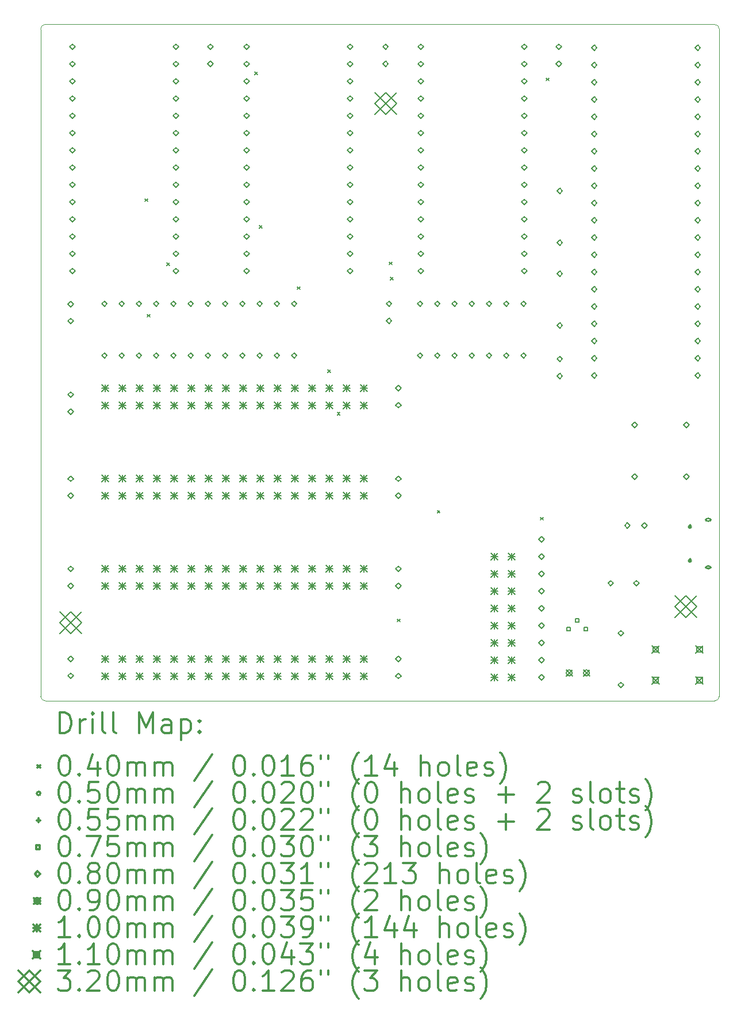
<source format=gbr>
%FSLAX45Y45*%
G04 Gerber Fmt 4.5, Leading zero omitted, Abs format (unit mm)*
G04 Created by KiCad (PCBNEW (5.1.9-0-10_14)) date 2021-03-24 21:17:25*
%MOMM*%
%LPD*%
G01*
G04 APERTURE LIST*
%TA.AperFunction,Profile*%
%ADD10C,0.100000*%
%TD*%
%ADD11C,0.200000*%
%ADD12C,0.300000*%
G04 APERTURE END LIST*
D10*
X8769350Y-13976350D02*
G75*
G02*
X8699500Y-13906500I0J69850D01*
G01*
X18694400Y-13906500D02*
G75*
G02*
X18624550Y-13976350I-69850J0D01*
G01*
X8699500Y-4083050D02*
G75*
G02*
X8769350Y-4013200I69850J0D01*
G01*
X18624550Y-4013200D02*
G75*
G02*
X18694400Y-4083050I0J-69850D01*
G01*
X18694400Y-4083050D02*
X18694400Y-13906500D01*
X8769350Y-4013200D02*
X18624550Y-4013200D01*
X8699500Y-13906500D02*
X8699500Y-4083050D01*
X18624550Y-13976350D02*
X8769350Y-13976350D01*
D11*
X10234700Y-6580240D02*
X10274700Y-6620240D01*
X10274700Y-6580240D02*
X10234700Y-6620240D01*
X10266830Y-8281890D02*
X10306830Y-8321890D01*
X10306830Y-8281890D02*
X10266830Y-8321890D01*
X10557825Y-7524857D02*
X10597825Y-7564857D01*
X10597825Y-7524857D02*
X10557825Y-7564857D01*
X11851940Y-4713400D02*
X11891940Y-4753400D01*
X11891940Y-4713400D02*
X11851940Y-4753400D01*
X11919558Y-6977423D02*
X11959558Y-7017423D01*
X11959558Y-6977423D02*
X11919558Y-7017423D01*
X12481001Y-7875570D02*
X12521001Y-7915570D01*
X12521001Y-7875570D02*
X12481001Y-7915570D01*
X12928530Y-9098940D02*
X12968530Y-9138940D01*
X12968530Y-9098940D02*
X12928530Y-9138940D01*
X13068840Y-9728920D02*
X13108840Y-9768920D01*
X13108840Y-9728920D02*
X13068840Y-9768920D01*
X13833900Y-7512900D02*
X13873900Y-7552900D01*
X13873900Y-7512900D02*
X13833900Y-7552900D01*
X13849860Y-7738060D02*
X13889860Y-7778060D01*
X13889860Y-7738060D02*
X13849860Y-7778060D01*
X13952540Y-12768900D02*
X13992540Y-12808900D01*
X13992540Y-12768900D02*
X13952540Y-12808900D01*
X14541390Y-11168652D02*
X14581390Y-11208652D01*
X14581390Y-11168652D02*
X14541390Y-11208652D01*
X16058200Y-11270300D02*
X16098200Y-11310300D01*
X16098200Y-11270300D02*
X16058200Y-11310300D01*
X16146310Y-4802750D02*
X16186310Y-4842750D01*
X16186310Y-4802750D02*
X16146310Y-4842750D01*
X18557300Y-11308600D02*
G75*
G03*
X18557300Y-11308600I-25000J0D01*
G01*
X18499800Y-11323600D02*
X18564800Y-11323600D01*
X18499800Y-11293600D02*
X18564800Y-11293600D01*
X18564800Y-11323600D02*
G75*
G03*
X18564800Y-11293600I0J15000D01*
G01*
X18499800Y-11293600D02*
G75*
G03*
X18499800Y-11323600I0J-15000D01*
G01*
X18557300Y-12008600D02*
G75*
G03*
X18557300Y-12008600I-25000J0D01*
G01*
X18499800Y-12023600D02*
X18564800Y-12023600D01*
X18499800Y-11993600D02*
X18564800Y-11993600D01*
X18564800Y-12023600D02*
G75*
G03*
X18564800Y-11993600I0J15000D01*
G01*
X18499800Y-11993600D02*
G75*
G03*
X18499800Y-12023600I0J-15000D01*
G01*
X18262300Y-11381100D02*
X18262300Y-11436100D01*
X18234800Y-11408600D02*
X18289800Y-11408600D01*
X18279800Y-11423600D02*
X18279800Y-11393600D01*
X18244800Y-11423600D02*
X18244800Y-11393600D01*
X18279800Y-11393600D02*
G75*
G03*
X18244800Y-11393600I-17500J0D01*
G01*
X18244800Y-11423600D02*
G75*
G03*
X18279800Y-11423600I17500J0D01*
G01*
X18262300Y-11881100D02*
X18262300Y-11936100D01*
X18234800Y-11908600D02*
X18289800Y-11908600D01*
X18279800Y-11923600D02*
X18279800Y-11893600D01*
X18244800Y-11923600D02*
X18244800Y-11893600D01*
X18279800Y-11893600D02*
G75*
G03*
X18244800Y-11893600I-17500J0D01*
G01*
X18244800Y-11923600D02*
G75*
G03*
X18279800Y-11923600I17500J0D01*
G01*
X16498417Y-12942417D02*
X16498417Y-12889383D01*
X16445383Y-12889383D01*
X16445383Y-12942417D01*
X16498417Y-12942417D01*
X16625417Y-12815417D02*
X16625417Y-12762383D01*
X16572383Y-12762383D01*
X16572383Y-12815417D01*
X16625417Y-12815417D01*
X16752417Y-12942417D02*
X16752417Y-12889383D01*
X16699383Y-12889383D01*
X16699383Y-12942417D01*
X16752417Y-12942417D01*
X9144000Y-8172000D02*
X9184000Y-8132000D01*
X9144000Y-8092000D01*
X9104000Y-8132000D01*
X9144000Y-8172000D01*
X9144000Y-8422000D02*
X9184000Y-8382000D01*
X9144000Y-8342000D01*
X9104000Y-8382000D01*
X9144000Y-8422000D01*
X9144000Y-9505500D02*
X9184000Y-9465500D01*
X9144000Y-9425500D01*
X9104000Y-9465500D01*
X9144000Y-9505500D01*
X9144000Y-9755500D02*
X9184000Y-9715500D01*
X9144000Y-9675500D01*
X9104000Y-9715500D01*
X9144000Y-9755500D01*
X9144000Y-10743800D02*
X9184000Y-10703800D01*
X9144000Y-10663800D01*
X9104000Y-10703800D01*
X9144000Y-10743800D01*
X9144000Y-10993800D02*
X9184000Y-10953800D01*
X9144000Y-10913800D01*
X9104000Y-10953800D01*
X9144000Y-10993800D01*
X9144000Y-12070900D02*
X9184000Y-12030900D01*
X9144000Y-11990900D01*
X9104000Y-12030900D01*
X9144000Y-12070900D01*
X9144000Y-12320900D02*
X9184000Y-12280900D01*
X9144000Y-12240900D01*
X9104000Y-12280900D01*
X9144000Y-12320900D01*
X9144000Y-13395510D02*
X9184000Y-13355510D01*
X9144000Y-13315510D01*
X9104000Y-13355510D01*
X9144000Y-13395510D01*
X9144000Y-13645510D02*
X9184000Y-13605510D01*
X9144000Y-13565510D01*
X9104000Y-13605510D01*
X9144000Y-13645510D01*
X9169400Y-4383400D02*
X9209400Y-4343400D01*
X9169400Y-4303400D01*
X9129400Y-4343400D01*
X9169400Y-4383400D01*
X9169400Y-4637400D02*
X9209400Y-4597400D01*
X9169400Y-4557400D01*
X9129400Y-4597400D01*
X9169400Y-4637400D01*
X9169400Y-4891400D02*
X9209400Y-4851400D01*
X9169400Y-4811400D01*
X9129400Y-4851400D01*
X9169400Y-4891400D01*
X9169400Y-5145400D02*
X9209400Y-5105400D01*
X9169400Y-5065400D01*
X9129400Y-5105400D01*
X9169400Y-5145400D01*
X9169400Y-5399400D02*
X9209400Y-5359400D01*
X9169400Y-5319400D01*
X9129400Y-5359400D01*
X9169400Y-5399400D01*
X9169400Y-5653400D02*
X9209400Y-5613400D01*
X9169400Y-5573400D01*
X9129400Y-5613400D01*
X9169400Y-5653400D01*
X9169400Y-5907400D02*
X9209400Y-5867400D01*
X9169400Y-5827400D01*
X9129400Y-5867400D01*
X9169400Y-5907400D01*
X9169400Y-6161400D02*
X9209400Y-6121400D01*
X9169400Y-6081400D01*
X9129400Y-6121400D01*
X9169400Y-6161400D01*
X9169400Y-6415400D02*
X9209400Y-6375400D01*
X9169400Y-6335400D01*
X9129400Y-6375400D01*
X9169400Y-6415400D01*
X9169400Y-6669400D02*
X9209400Y-6629400D01*
X9169400Y-6589400D01*
X9129400Y-6629400D01*
X9169400Y-6669400D01*
X9169400Y-6923400D02*
X9209400Y-6883400D01*
X9169400Y-6843400D01*
X9129400Y-6883400D01*
X9169400Y-6923400D01*
X9169400Y-7177400D02*
X9209400Y-7137400D01*
X9169400Y-7097400D01*
X9129400Y-7137400D01*
X9169400Y-7177400D01*
X9169400Y-7431400D02*
X9209400Y-7391400D01*
X9169400Y-7351400D01*
X9129400Y-7391400D01*
X9169400Y-7431400D01*
X9169400Y-7685400D02*
X9209400Y-7645400D01*
X9169400Y-7605400D01*
X9129400Y-7645400D01*
X9169400Y-7685400D01*
X9639300Y-8168000D02*
X9679300Y-8128000D01*
X9639300Y-8088000D01*
X9599300Y-8128000D01*
X9639300Y-8168000D01*
X9639300Y-8930000D02*
X9679300Y-8890000D01*
X9639300Y-8850000D01*
X9599300Y-8890000D01*
X9639300Y-8930000D01*
X9893300Y-8168000D02*
X9933300Y-8128000D01*
X9893300Y-8088000D01*
X9853300Y-8128000D01*
X9893300Y-8168000D01*
X9893300Y-8930000D02*
X9933300Y-8890000D01*
X9893300Y-8850000D01*
X9853300Y-8890000D01*
X9893300Y-8930000D01*
X10147300Y-8168000D02*
X10187300Y-8128000D01*
X10147300Y-8088000D01*
X10107300Y-8128000D01*
X10147300Y-8168000D01*
X10147300Y-8930000D02*
X10187300Y-8890000D01*
X10147300Y-8850000D01*
X10107300Y-8890000D01*
X10147300Y-8930000D01*
X10401300Y-8168000D02*
X10441300Y-8128000D01*
X10401300Y-8088000D01*
X10361300Y-8128000D01*
X10401300Y-8168000D01*
X10401300Y-8930000D02*
X10441300Y-8890000D01*
X10401300Y-8850000D01*
X10361300Y-8890000D01*
X10401300Y-8930000D01*
X10655300Y-8168000D02*
X10695300Y-8128000D01*
X10655300Y-8088000D01*
X10615300Y-8128000D01*
X10655300Y-8168000D01*
X10655300Y-8930000D02*
X10695300Y-8890000D01*
X10655300Y-8850000D01*
X10615300Y-8890000D01*
X10655300Y-8930000D01*
X10693400Y-4383400D02*
X10733400Y-4343400D01*
X10693400Y-4303400D01*
X10653400Y-4343400D01*
X10693400Y-4383400D01*
X10693400Y-4637400D02*
X10733400Y-4597400D01*
X10693400Y-4557400D01*
X10653400Y-4597400D01*
X10693400Y-4637400D01*
X10693400Y-4891400D02*
X10733400Y-4851400D01*
X10693400Y-4811400D01*
X10653400Y-4851400D01*
X10693400Y-4891400D01*
X10693400Y-5145400D02*
X10733400Y-5105400D01*
X10693400Y-5065400D01*
X10653400Y-5105400D01*
X10693400Y-5145400D01*
X10693400Y-5399400D02*
X10733400Y-5359400D01*
X10693400Y-5319400D01*
X10653400Y-5359400D01*
X10693400Y-5399400D01*
X10693400Y-5653400D02*
X10733400Y-5613400D01*
X10693400Y-5573400D01*
X10653400Y-5613400D01*
X10693400Y-5653400D01*
X10693400Y-5907400D02*
X10733400Y-5867400D01*
X10693400Y-5827400D01*
X10653400Y-5867400D01*
X10693400Y-5907400D01*
X10693400Y-6161400D02*
X10733400Y-6121400D01*
X10693400Y-6081400D01*
X10653400Y-6121400D01*
X10693400Y-6161400D01*
X10693400Y-6415400D02*
X10733400Y-6375400D01*
X10693400Y-6335400D01*
X10653400Y-6375400D01*
X10693400Y-6415400D01*
X10693400Y-6669400D02*
X10733400Y-6629400D01*
X10693400Y-6589400D01*
X10653400Y-6629400D01*
X10693400Y-6669400D01*
X10693400Y-6923400D02*
X10733400Y-6883400D01*
X10693400Y-6843400D01*
X10653400Y-6883400D01*
X10693400Y-6923400D01*
X10693400Y-7177400D02*
X10733400Y-7137400D01*
X10693400Y-7097400D01*
X10653400Y-7137400D01*
X10693400Y-7177400D01*
X10693400Y-7431400D02*
X10733400Y-7391400D01*
X10693400Y-7351400D01*
X10653400Y-7391400D01*
X10693400Y-7431400D01*
X10693400Y-7685400D02*
X10733400Y-7645400D01*
X10693400Y-7605400D01*
X10653400Y-7645400D01*
X10693400Y-7685400D01*
X10909300Y-8168000D02*
X10949300Y-8128000D01*
X10909300Y-8088000D01*
X10869300Y-8128000D01*
X10909300Y-8168000D01*
X10909300Y-8930000D02*
X10949300Y-8890000D01*
X10909300Y-8850000D01*
X10869300Y-8890000D01*
X10909300Y-8930000D01*
X11163300Y-8168000D02*
X11203300Y-8128000D01*
X11163300Y-8088000D01*
X11123300Y-8128000D01*
X11163300Y-8168000D01*
X11163300Y-8930000D02*
X11203300Y-8890000D01*
X11163300Y-8850000D01*
X11123300Y-8890000D01*
X11163300Y-8930000D01*
X11201400Y-4383400D02*
X11241400Y-4343400D01*
X11201400Y-4303400D01*
X11161400Y-4343400D01*
X11201400Y-4383400D01*
X11201400Y-4633400D02*
X11241400Y-4593400D01*
X11201400Y-4553400D01*
X11161400Y-4593400D01*
X11201400Y-4633400D01*
X11417300Y-8168000D02*
X11457300Y-8128000D01*
X11417300Y-8088000D01*
X11377300Y-8128000D01*
X11417300Y-8168000D01*
X11417300Y-8930000D02*
X11457300Y-8890000D01*
X11417300Y-8850000D01*
X11377300Y-8890000D01*
X11417300Y-8930000D01*
X11671300Y-8168000D02*
X11711300Y-8128000D01*
X11671300Y-8088000D01*
X11631300Y-8128000D01*
X11671300Y-8168000D01*
X11671300Y-8930000D02*
X11711300Y-8890000D01*
X11671300Y-8850000D01*
X11631300Y-8890000D01*
X11671300Y-8930000D01*
X11734800Y-4383400D02*
X11774800Y-4343400D01*
X11734800Y-4303400D01*
X11694800Y-4343400D01*
X11734800Y-4383400D01*
X11734800Y-4637400D02*
X11774800Y-4597400D01*
X11734800Y-4557400D01*
X11694800Y-4597400D01*
X11734800Y-4637400D01*
X11734800Y-4891400D02*
X11774800Y-4851400D01*
X11734800Y-4811400D01*
X11694800Y-4851400D01*
X11734800Y-4891400D01*
X11734800Y-5145400D02*
X11774800Y-5105400D01*
X11734800Y-5065400D01*
X11694800Y-5105400D01*
X11734800Y-5145400D01*
X11734800Y-5399400D02*
X11774800Y-5359400D01*
X11734800Y-5319400D01*
X11694800Y-5359400D01*
X11734800Y-5399400D01*
X11734800Y-5653400D02*
X11774800Y-5613400D01*
X11734800Y-5573400D01*
X11694800Y-5613400D01*
X11734800Y-5653400D01*
X11734800Y-5907400D02*
X11774800Y-5867400D01*
X11734800Y-5827400D01*
X11694800Y-5867400D01*
X11734800Y-5907400D01*
X11734800Y-6161400D02*
X11774800Y-6121400D01*
X11734800Y-6081400D01*
X11694800Y-6121400D01*
X11734800Y-6161400D01*
X11734800Y-6415400D02*
X11774800Y-6375400D01*
X11734800Y-6335400D01*
X11694800Y-6375400D01*
X11734800Y-6415400D01*
X11734800Y-6669400D02*
X11774800Y-6629400D01*
X11734800Y-6589400D01*
X11694800Y-6629400D01*
X11734800Y-6669400D01*
X11734800Y-6923400D02*
X11774800Y-6883400D01*
X11734800Y-6843400D01*
X11694800Y-6883400D01*
X11734800Y-6923400D01*
X11734800Y-7177400D02*
X11774800Y-7137400D01*
X11734800Y-7097400D01*
X11694800Y-7137400D01*
X11734800Y-7177400D01*
X11734800Y-7431400D02*
X11774800Y-7391400D01*
X11734800Y-7351400D01*
X11694800Y-7391400D01*
X11734800Y-7431400D01*
X11734800Y-7685400D02*
X11774800Y-7645400D01*
X11734800Y-7605400D01*
X11694800Y-7645400D01*
X11734800Y-7685400D01*
X11925300Y-8168000D02*
X11965300Y-8128000D01*
X11925300Y-8088000D01*
X11885300Y-8128000D01*
X11925300Y-8168000D01*
X11925300Y-8930000D02*
X11965300Y-8890000D01*
X11925300Y-8850000D01*
X11885300Y-8890000D01*
X11925300Y-8930000D01*
X12179300Y-8168000D02*
X12219300Y-8128000D01*
X12179300Y-8088000D01*
X12139300Y-8128000D01*
X12179300Y-8168000D01*
X12179300Y-8930000D02*
X12219300Y-8890000D01*
X12179300Y-8850000D01*
X12139300Y-8890000D01*
X12179300Y-8930000D01*
X12433300Y-8168000D02*
X12473300Y-8128000D01*
X12433300Y-8088000D01*
X12393300Y-8128000D01*
X12433300Y-8168000D01*
X12433300Y-8930000D02*
X12473300Y-8890000D01*
X12433300Y-8850000D01*
X12393300Y-8890000D01*
X12433300Y-8930000D01*
X13258800Y-4383400D02*
X13298800Y-4343400D01*
X13258800Y-4303400D01*
X13218800Y-4343400D01*
X13258800Y-4383400D01*
X13258800Y-4637400D02*
X13298800Y-4597400D01*
X13258800Y-4557400D01*
X13218800Y-4597400D01*
X13258800Y-4637400D01*
X13258800Y-4891400D02*
X13298800Y-4851400D01*
X13258800Y-4811400D01*
X13218800Y-4851400D01*
X13258800Y-4891400D01*
X13258800Y-5145400D02*
X13298800Y-5105400D01*
X13258800Y-5065400D01*
X13218800Y-5105400D01*
X13258800Y-5145400D01*
X13258800Y-5399400D02*
X13298800Y-5359400D01*
X13258800Y-5319400D01*
X13218800Y-5359400D01*
X13258800Y-5399400D01*
X13258800Y-5653400D02*
X13298800Y-5613400D01*
X13258800Y-5573400D01*
X13218800Y-5613400D01*
X13258800Y-5653400D01*
X13258800Y-5907400D02*
X13298800Y-5867400D01*
X13258800Y-5827400D01*
X13218800Y-5867400D01*
X13258800Y-5907400D01*
X13258800Y-6161400D02*
X13298800Y-6121400D01*
X13258800Y-6081400D01*
X13218800Y-6121400D01*
X13258800Y-6161400D01*
X13258800Y-6415400D02*
X13298800Y-6375400D01*
X13258800Y-6335400D01*
X13218800Y-6375400D01*
X13258800Y-6415400D01*
X13258800Y-6669400D02*
X13298800Y-6629400D01*
X13258800Y-6589400D01*
X13218800Y-6629400D01*
X13258800Y-6669400D01*
X13258800Y-6923400D02*
X13298800Y-6883400D01*
X13258800Y-6843400D01*
X13218800Y-6883400D01*
X13258800Y-6923400D01*
X13258800Y-7177400D02*
X13298800Y-7137400D01*
X13258800Y-7097400D01*
X13218800Y-7137400D01*
X13258800Y-7177400D01*
X13258800Y-7431400D02*
X13298800Y-7391400D01*
X13258800Y-7351400D01*
X13218800Y-7391400D01*
X13258800Y-7431400D01*
X13258800Y-7685400D02*
X13298800Y-7645400D01*
X13258800Y-7605400D01*
X13218800Y-7645400D01*
X13258800Y-7685400D01*
X13779500Y-4383400D02*
X13819500Y-4343400D01*
X13779500Y-4303400D01*
X13739500Y-4343400D01*
X13779500Y-4383400D01*
X13779500Y-4633400D02*
X13819500Y-4593400D01*
X13779500Y-4553400D01*
X13739500Y-4593400D01*
X13779500Y-4633400D01*
X13830300Y-8168000D02*
X13870300Y-8128000D01*
X13830300Y-8088000D01*
X13790300Y-8128000D01*
X13830300Y-8168000D01*
X13830300Y-8418000D02*
X13870300Y-8378000D01*
X13830300Y-8338000D01*
X13790300Y-8378000D01*
X13830300Y-8418000D01*
X13970000Y-9410250D02*
X14010000Y-9370250D01*
X13970000Y-9330250D01*
X13930000Y-9370250D01*
X13970000Y-9410250D01*
X13970000Y-9660250D02*
X14010000Y-9620250D01*
X13970000Y-9580250D01*
X13930000Y-9620250D01*
X13970000Y-9660250D01*
X13970000Y-10743800D02*
X14010000Y-10703800D01*
X13970000Y-10663800D01*
X13930000Y-10703800D01*
X13970000Y-10743800D01*
X13970000Y-10993800D02*
X14010000Y-10953800D01*
X13970000Y-10913800D01*
X13930000Y-10953800D01*
X13970000Y-10993800D01*
X13970000Y-12070900D02*
X14010000Y-12030900D01*
X13970000Y-11990900D01*
X13930000Y-12030900D01*
X13970000Y-12070900D01*
X13970000Y-12320900D02*
X14010000Y-12280900D01*
X13970000Y-12240900D01*
X13930000Y-12280900D01*
X13970000Y-12320900D01*
X13970000Y-13397860D02*
X14010000Y-13357860D01*
X13970000Y-13317860D01*
X13930000Y-13357860D01*
X13970000Y-13397860D01*
X13970000Y-13647860D02*
X14010000Y-13607860D01*
X13970000Y-13567860D01*
X13930000Y-13607860D01*
X13970000Y-13647860D01*
X14287500Y-8168000D02*
X14327500Y-8128000D01*
X14287500Y-8088000D01*
X14247500Y-8128000D01*
X14287500Y-8168000D01*
X14287500Y-8930000D02*
X14327500Y-8890000D01*
X14287500Y-8850000D01*
X14247500Y-8890000D01*
X14287500Y-8930000D01*
X14300200Y-4383400D02*
X14340200Y-4343400D01*
X14300200Y-4303400D01*
X14260200Y-4343400D01*
X14300200Y-4383400D01*
X14300200Y-4637400D02*
X14340200Y-4597400D01*
X14300200Y-4557400D01*
X14260200Y-4597400D01*
X14300200Y-4637400D01*
X14300200Y-4891400D02*
X14340200Y-4851400D01*
X14300200Y-4811400D01*
X14260200Y-4851400D01*
X14300200Y-4891400D01*
X14300200Y-5145400D02*
X14340200Y-5105400D01*
X14300200Y-5065400D01*
X14260200Y-5105400D01*
X14300200Y-5145400D01*
X14300200Y-5399400D02*
X14340200Y-5359400D01*
X14300200Y-5319400D01*
X14260200Y-5359400D01*
X14300200Y-5399400D01*
X14300200Y-5653400D02*
X14340200Y-5613400D01*
X14300200Y-5573400D01*
X14260200Y-5613400D01*
X14300200Y-5653400D01*
X14300200Y-5907400D02*
X14340200Y-5867400D01*
X14300200Y-5827400D01*
X14260200Y-5867400D01*
X14300200Y-5907400D01*
X14300200Y-6161400D02*
X14340200Y-6121400D01*
X14300200Y-6081400D01*
X14260200Y-6121400D01*
X14300200Y-6161400D01*
X14300200Y-6415400D02*
X14340200Y-6375400D01*
X14300200Y-6335400D01*
X14260200Y-6375400D01*
X14300200Y-6415400D01*
X14300200Y-6669400D02*
X14340200Y-6629400D01*
X14300200Y-6589400D01*
X14260200Y-6629400D01*
X14300200Y-6669400D01*
X14300200Y-6923400D02*
X14340200Y-6883400D01*
X14300200Y-6843400D01*
X14260200Y-6883400D01*
X14300200Y-6923400D01*
X14300200Y-7177400D02*
X14340200Y-7137400D01*
X14300200Y-7097400D01*
X14260200Y-7137400D01*
X14300200Y-7177400D01*
X14300200Y-7431400D02*
X14340200Y-7391400D01*
X14300200Y-7351400D01*
X14260200Y-7391400D01*
X14300200Y-7431400D01*
X14300200Y-7685400D02*
X14340200Y-7645400D01*
X14300200Y-7605400D01*
X14260200Y-7645400D01*
X14300200Y-7685400D01*
X14541500Y-8168000D02*
X14581500Y-8128000D01*
X14541500Y-8088000D01*
X14501500Y-8128000D01*
X14541500Y-8168000D01*
X14541500Y-8930000D02*
X14581500Y-8890000D01*
X14541500Y-8850000D01*
X14501500Y-8890000D01*
X14541500Y-8930000D01*
X14795500Y-8168000D02*
X14835500Y-8128000D01*
X14795500Y-8088000D01*
X14755500Y-8128000D01*
X14795500Y-8168000D01*
X14795500Y-8930000D02*
X14835500Y-8890000D01*
X14795500Y-8850000D01*
X14755500Y-8890000D01*
X14795500Y-8930000D01*
X15049500Y-8168000D02*
X15089500Y-8128000D01*
X15049500Y-8088000D01*
X15009500Y-8128000D01*
X15049500Y-8168000D01*
X15049500Y-8930000D02*
X15089500Y-8890000D01*
X15049500Y-8850000D01*
X15009500Y-8890000D01*
X15049500Y-8930000D01*
X15303500Y-8168000D02*
X15343500Y-8128000D01*
X15303500Y-8088000D01*
X15263500Y-8128000D01*
X15303500Y-8168000D01*
X15303500Y-8930000D02*
X15343500Y-8890000D01*
X15303500Y-8850000D01*
X15263500Y-8890000D01*
X15303500Y-8930000D01*
X15557500Y-8168000D02*
X15597500Y-8128000D01*
X15557500Y-8088000D01*
X15517500Y-8128000D01*
X15557500Y-8168000D01*
X15557500Y-8930000D02*
X15597500Y-8890000D01*
X15557500Y-8850000D01*
X15517500Y-8890000D01*
X15557500Y-8930000D01*
X15811500Y-8168000D02*
X15851500Y-8128000D01*
X15811500Y-8088000D01*
X15771500Y-8128000D01*
X15811500Y-8168000D01*
X15811500Y-8930000D02*
X15851500Y-8890000D01*
X15811500Y-8850000D01*
X15771500Y-8890000D01*
X15811500Y-8930000D01*
X15824200Y-4383400D02*
X15864200Y-4343400D01*
X15824200Y-4303400D01*
X15784200Y-4343400D01*
X15824200Y-4383400D01*
X15824200Y-4637400D02*
X15864200Y-4597400D01*
X15824200Y-4557400D01*
X15784200Y-4597400D01*
X15824200Y-4637400D01*
X15824200Y-4891400D02*
X15864200Y-4851400D01*
X15824200Y-4811400D01*
X15784200Y-4851400D01*
X15824200Y-4891400D01*
X15824200Y-5145400D02*
X15864200Y-5105400D01*
X15824200Y-5065400D01*
X15784200Y-5105400D01*
X15824200Y-5145400D01*
X15824200Y-5399400D02*
X15864200Y-5359400D01*
X15824200Y-5319400D01*
X15784200Y-5359400D01*
X15824200Y-5399400D01*
X15824200Y-5653400D02*
X15864200Y-5613400D01*
X15824200Y-5573400D01*
X15784200Y-5613400D01*
X15824200Y-5653400D01*
X15824200Y-5907400D02*
X15864200Y-5867400D01*
X15824200Y-5827400D01*
X15784200Y-5867400D01*
X15824200Y-5907400D01*
X15824200Y-6161400D02*
X15864200Y-6121400D01*
X15824200Y-6081400D01*
X15784200Y-6121400D01*
X15824200Y-6161400D01*
X15824200Y-6415400D02*
X15864200Y-6375400D01*
X15824200Y-6335400D01*
X15784200Y-6375400D01*
X15824200Y-6415400D01*
X15824200Y-6669400D02*
X15864200Y-6629400D01*
X15824200Y-6589400D01*
X15784200Y-6629400D01*
X15824200Y-6669400D01*
X15824200Y-6923400D02*
X15864200Y-6883400D01*
X15824200Y-6843400D01*
X15784200Y-6883400D01*
X15824200Y-6923400D01*
X15824200Y-7177400D02*
X15864200Y-7137400D01*
X15824200Y-7097400D01*
X15784200Y-7137400D01*
X15824200Y-7177400D01*
X15824200Y-7431400D02*
X15864200Y-7391400D01*
X15824200Y-7351400D01*
X15784200Y-7391400D01*
X15824200Y-7431400D01*
X15824200Y-7685400D02*
X15864200Y-7645400D01*
X15824200Y-7605400D01*
X15784200Y-7645400D01*
X15824200Y-7685400D01*
X16078200Y-11635100D02*
X16118200Y-11595100D01*
X16078200Y-11555100D01*
X16038200Y-11595100D01*
X16078200Y-11635100D01*
X16078200Y-11889100D02*
X16118200Y-11849100D01*
X16078200Y-11809100D01*
X16038200Y-11849100D01*
X16078200Y-11889100D01*
X16078200Y-12143100D02*
X16118200Y-12103100D01*
X16078200Y-12063100D01*
X16038200Y-12103100D01*
X16078200Y-12143100D01*
X16078200Y-12397100D02*
X16118200Y-12357100D01*
X16078200Y-12317100D01*
X16038200Y-12357100D01*
X16078200Y-12397100D01*
X16078200Y-12651100D02*
X16118200Y-12611100D01*
X16078200Y-12571100D01*
X16038200Y-12611100D01*
X16078200Y-12651100D01*
X16078200Y-12905100D02*
X16118200Y-12865100D01*
X16078200Y-12825100D01*
X16038200Y-12865100D01*
X16078200Y-12905100D01*
X16078200Y-13159100D02*
X16118200Y-13119100D01*
X16078200Y-13079100D01*
X16038200Y-13119100D01*
X16078200Y-13159100D01*
X16078200Y-13413100D02*
X16118200Y-13373100D01*
X16078200Y-13333100D01*
X16038200Y-13373100D01*
X16078200Y-13413100D01*
X16078200Y-13667100D02*
X16118200Y-13627100D01*
X16078200Y-13587100D01*
X16038200Y-13627100D01*
X16078200Y-13667100D01*
X16332200Y-4383400D02*
X16372200Y-4343400D01*
X16332200Y-4303400D01*
X16292200Y-4343400D01*
X16332200Y-4383400D01*
X16332200Y-4633400D02*
X16372200Y-4593400D01*
X16332200Y-4553400D01*
X16292200Y-4593400D01*
X16332200Y-4633400D01*
X16344900Y-6504300D02*
X16384900Y-6464300D01*
X16344900Y-6424300D01*
X16304900Y-6464300D01*
X16344900Y-6504300D01*
X16344900Y-7266300D02*
X16384900Y-7226300D01*
X16344900Y-7186300D01*
X16304900Y-7226300D01*
X16344900Y-7266300D01*
X16344900Y-7723500D02*
X16384900Y-7683500D01*
X16344900Y-7643500D01*
X16304900Y-7683500D01*
X16344900Y-7723500D01*
X16344900Y-8485500D02*
X16384900Y-8445500D01*
X16344900Y-8405500D01*
X16304900Y-8445500D01*
X16344900Y-8485500D01*
X16344900Y-8980800D02*
X16384900Y-8940800D01*
X16344900Y-8900800D01*
X16304900Y-8940800D01*
X16344900Y-8980800D01*
X16344900Y-9230800D02*
X16384900Y-9190800D01*
X16344900Y-9150800D01*
X16304900Y-9190800D01*
X16344900Y-9230800D01*
X16852900Y-4396100D02*
X16892900Y-4356100D01*
X16852900Y-4316100D01*
X16812900Y-4356100D01*
X16852900Y-4396100D01*
X16852900Y-4650100D02*
X16892900Y-4610100D01*
X16852900Y-4570100D01*
X16812900Y-4610100D01*
X16852900Y-4650100D01*
X16852900Y-4904100D02*
X16892900Y-4864100D01*
X16852900Y-4824100D01*
X16812900Y-4864100D01*
X16852900Y-4904100D01*
X16852900Y-5158100D02*
X16892900Y-5118100D01*
X16852900Y-5078100D01*
X16812900Y-5118100D01*
X16852900Y-5158100D01*
X16852900Y-5412100D02*
X16892900Y-5372100D01*
X16852900Y-5332100D01*
X16812900Y-5372100D01*
X16852900Y-5412100D01*
X16852900Y-5666100D02*
X16892900Y-5626100D01*
X16852900Y-5586100D01*
X16812900Y-5626100D01*
X16852900Y-5666100D01*
X16852900Y-5920100D02*
X16892900Y-5880100D01*
X16852900Y-5840100D01*
X16812900Y-5880100D01*
X16852900Y-5920100D01*
X16852900Y-6174100D02*
X16892900Y-6134100D01*
X16852900Y-6094100D01*
X16812900Y-6134100D01*
X16852900Y-6174100D01*
X16852900Y-6428100D02*
X16892900Y-6388100D01*
X16852900Y-6348100D01*
X16812900Y-6388100D01*
X16852900Y-6428100D01*
X16852900Y-6682100D02*
X16892900Y-6642100D01*
X16852900Y-6602100D01*
X16812900Y-6642100D01*
X16852900Y-6682100D01*
X16852900Y-6936100D02*
X16892900Y-6896100D01*
X16852900Y-6856100D01*
X16812900Y-6896100D01*
X16852900Y-6936100D01*
X16852900Y-7190100D02*
X16892900Y-7150100D01*
X16852900Y-7110100D01*
X16812900Y-7150100D01*
X16852900Y-7190100D01*
X16852900Y-7444100D02*
X16892900Y-7404100D01*
X16852900Y-7364100D01*
X16812900Y-7404100D01*
X16852900Y-7444100D01*
X16852900Y-7698100D02*
X16892900Y-7658100D01*
X16852900Y-7618100D01*
X16812900Y-7658100D01*
X16852900Y-7698100D01*
X16852900Y-7952100D02*
X16892900Y-7912100D01*
X16852900Y-7872100D01*
X16812900Y-7912100D01*
X16852900Y-7952100D01*
X16852900Y-8206100D02*
X16892900Y-8166100D01*
X16852900Y-8126100D01*
X16812900Y-8166100D01*
X16852900Y-8206100D01*
X16852900Y-8460100D02*
X16892900Y-8420100D01*
X16852900Y-8380100D01*
X16812900Y-8420100D01*
X16852900Y-8460100D01*
X16852900Y-8714100D02*
X16892900Y-8674100D01*
X16852900Y-8634100D01*
X16812900Y-8674100D01*
X16852900Y-8714100D01*
X16852900Y-8968100D02*
X16892900Y-8928100D01*
X16852900Y-8888100D01*
X16812900Y-8928100D01*
X16852900Y-8968100D01*
X16852900Y-9222100D02*
X16892900Y-9182100D01*
X16852900Y-9142100D01*
X16812900Y-9182100D01*
X16852900Y-9222100D01*
X17095200Y-12282800D02*
X17135200Y-12242800D01*
X17095200Y-12202800D01*
X17055200Y-12242800D01*
X17095200Y-12282800D01*
X17246600Y-13019400D02*
X17286600Y-12979400D01*
X17246600Y-12939400D01*
X17206600Y-12979400D01*
X17246600Y-13019400D01*
X17246600Y-13781400D02*
X17286600Y-13741400D01*
X17246600Y-13701400D01*
X17206600Y-13741400D01*
X17246600Y-13781400D01*
X17341800Y-11431900D02*
X17381800Y-11391900D01*
X17341800Y-11351900D01*
X17301800Y-11391900D01*
X17341800Y-11431900D01*
X17449800Y-9952350D02*
X17489800Y-9912350D01*
X17449800Y-9872350D01*
X17409800Y-9912350D01*
X17449800Y-9952350D01*
X17449800Y-10714350D02*
X17489800Y-10674350D01*
X17449800Y-10634350D01*
X17409800Y-10674350D01*
X17449800Y-10714350D01*
X17475200Y-12282800D02*
X17515200Y-12242800D01*
X17475200Y-12202800D01*
X17435200Y-12242800D01*
X17475200Y-12282800D01*
X17591800Y-11431900D02*
X17631800Y-11391900D01*
X17591800Y-11351900D01*
X17551800Y-11391900D01*
X17591800Y-11431900D01*
X18211800Y-9952350D02*
X18251800Y-9912350D01*
X18211800Y-9872350D01*
X18171800Y-9912350D01*
X18211800Y-9952350D01*
X18211800Y-10714350D02*
X18251800Y-10674350D01*
X18211800Y-10634350D01*
X18171800Y-10674350D01*
X18211800Y-10714350D01*
X18376900Y-4396100D02*
X18416900Y-4356100D01*
X18376900Y-4316100D01*
X18336900Y-4356100D01*
X18376900Y-4396100D01*
X18376900Y-4650100D02*
X18416900Y-4610100D01*
X18376900Y-4570100D01*
X18336900Y-4610100D01*
X18376900Y-4650100D01*
X18376900Y-4904100D02*
X18416900Y-4864100D01*
X18376900Y-4824100D01*
X18336900Y-4864100D01*
X18376900Y-4904100D01*
X18376900Y-5158100D02*
X18416900Y-5118100D01*
X18376900Y-5078100D01*
X18336900Y-5118100D01*
X18376900Y-5158100D01*
X18376900Y-5412100D02*
X18416900Y-5372100D01*
X18376900Y-5332100D01*
X18336900Y-5372100D01*
X18376900Y-5412100D01*
X18376900Y-5666100D02*
X18416900Y-5626100D01*
X18376900Y-5586100D01*
X18336900Y-5626100D01*
X18376900Y-5666100D01*
X18376900Y-5920100D02*
X18416900Y-5880100D01*
X18376900Y-5840100D01*
X18336900Y-5880100D01*
X18376900Y-5920100D01*
X18376900Y-6174100D02*
X18416900Y-6134100D01*
X18376900Y-6094100D01*
X18336900Y-6134100D01*
X18376900Y-6174100D01*
X18376900Y-6428100D02*
X18416900Y-6388100D01*
X18376900Y-6348100D01*
X18336900Y-6388100D01*
X18376900Y-6428100D01*
X18376900Y-6682100D02*
X18416900Y-6642100D01*
X18376900Y-6602100D01*
X18336900Y-6642100D01*
X18376900Y-6682100D01*
X18376900Y-6936100D02*
X18416900Y-6896100D01*
X18376900Y-6856100D01*
X18336900Y-6896100D01*
X18376900Y-6936100D01*
X18376900Y-7190100D02*
X18416900Y-7150100D01*
X18376900Y-7110100D01*
X18336900Y-7150100D01*
X18376900Y-7190100D01*
X18376900Y-7444100D02*
X18416900Y-7404100D01*
X18376900Y-7364100D01*
X18336900Y-7404100D01*
X18376900Y-7444100D01*
X18376900Y-7698100D02*
X18416900Y-7658100D01*
X18376900Y-7618100D01*
X18336900Y-7658100D01*
X18376900Y-7698100D01*
X18376900Y-7952100D02*
X18416900Y-7912100D01*
X18376900Y-7872100D01*
X18336900Y-7912100D01*
X18376900Y-7952100D01*
X18376900Y-8206100D02*
X18416900Y-8166100D01*
X18376900Y-8126100D01*
X18336900Y-8166100D01*
X18376900Y-8206100D01*
X18376900Y-8460100D02*
X18416900Y-8420100D01*
X18376900Y-8380100D01*
X18336900Y-8420100D01*
X18376900Y-8460100D01*
X18376900Y-8714100D02*
X18416900Y-8674100D01*
X18376900Y-8634100D01*
X18336900Y-8674100D01*
X18376900Y-8714100D01*
X18376900Y-8968100D02*
X18416900Y-8928100D01*
X18376900Y-8888100D01*
X18336900Y-8928100D01*
X18376900Y-8968100D01*
X18376900Y-9222100D02*
X18416900Y-9182100D01*
X18376900Y-9142100D01*
X18336900Y-9182100D01*
X18376900Y-9222100D01*
X16439600Y-13518600D02*
X16529600Y-13608600D01*
X16529600Y-13518600D02*
X16439600Y-13608600D01*
X16529600Y-13563600D02*
G75*
G03*
X16529600Y-13563600I-45000J0D01*
G01*
X16693600Y-13518600D02*
X16783600Y-13608600D01*
X16783600Y-13518600D02*
X16693600Y-13608600D01*
X16783600Y-13563600D02*
G75*
G03*
X16783600Y-13563600I-45000J0D01*
G01*
X9600730Y-13304000D02*
X9700730Y-13404000D01*
X9700730Y-13304000D02*
X9600730Y-13404000D01*
X9650730Y-13304000D02*
X9650730Y-13404000D01*
X9600730Y-13354000D02*
X9700730Y-13354000D01*
X9600730Y-13558000D02*
X9700730Y-13658000D01*
X9700730Y-13558000D02*
X9600730Y-13658000D01*
X9650730Y-13558000D02*
X9650730Y-13658000D01*
X9600730Y-13608000D02*
X9700730Y-13608000D01*
X9602000Y-9322600D02*
X9702000Y-9422600D01*
X9702000Y-9322600D02*
X9602000Y-9422600D01*
X9652000Y-9322600D02*
X9652000Y-9422600D01*
X9602000Y-9372600D02*
X9702000Y-9372600D01*
X9602000Y-9576600D02*
X9702000Y-9676600D01*
X9702000Y-9576600D02*
X9602000Y-9676600D01*
X9652000Y-9576600D02*
X9652000Y-9676600D01*
X9602000Y-9626600D02*
X9702000Y-9626600D01*
X9602000Y-10649800D02*
X9702000Y-10749800D01*
X9702000Y-10649800D02*
X9602000Y-10749800D01*
X9652000Y-10649800D02*
X9652000Y-10749800D01*
X9602000Y-10699800D02*
X9702000Y-10699800D01*
X9602000Y-10903800D02*
X9702000Y-11003800D01*
X9702000Y-10903800D02*
X9602000Y-11003800D01*
X9652000Y-10903800D02*
X9652000Y-11003800D01*
X9602000Y-10953800D02*
X9702000Y-10953800D01*
X9602000Y-11976900D02*
X9702000Y-12076900D01*
X9702000Y-11976900D02*
X9602000Y-12076900D01*
X9652000Y-11976900D02*
X9652000Y-12076900D01*
X9602000Y-12026900D02*
X9702000Y-12026900D01*
X9602000Y-12230900D02*
X9702000Y-12330900D01*
X9702000Y-12230900D02*
X9602000Y-12330900D01*
X9652000Y-12230900D02*
X9652000Y-12330900D01*
X9602000Y-12280900D02*
X9702000Y-12280900D01*
X9854730Y-13304000D02*
X9954730Y-13404000D01*
X9954730Y-13304000D02*
X9854730Y-13404000D01*
X9904730Y-13304000D02*
X9904730Y-13404000D01*
X9854730Y-13354000D02*
X9954730Y-13354000D01*
X9854730Y-13558000D02*
X9954730Y-13658000D01*
X9954730Y-13558000D02*
X9854730Y-13658000D01*
X9904730Y-13558000D02*
X9904730Y-13658000D01*
X9854730Y-13608000D02*
X9954730Y-13608000D01*
X9856000Y-9322600D02*
X9956000Y-9422600D01*
X9956000Y-9322600D02*
X9856000Y-9422600D01*
X9906000Y-9322600D02*
X9906000Y-9422600D01*
X9856000Y-9372600D02*
X9956000Y-9372600D01*
X9856000Y-9576600D02*
X9956000Y-9676600D01*
X9956000Y-9576600D02*
X9856000Y-9676600D01*
X9906000Y-9576600D02*
X9906000Y-9676600D01*
X9856000Y-9626600D02*
X9956000Y-9626600D01*
X9856000Y-10649800D02*
X9956000Y-10749800D01*
X9956000Y-10649800D02*
X9856000Y-10749800D01*
X9906000Y-10649800D02*
X9906000Y-10749800D01*
X9856000Y-10699800D02*
X9956000Y-10699800D01*
X9856000Y-10903800D02*
X9956000Y-11003800D01*
X9956000Y-10903800D02*
X9856000Y-11003800D01*
X9906000Y-10903800D02*
X9906000Y-11003800D01*
X9856000Y-10953800D02*
X9956000Y-10953800D01*
X9856000Y-11976900D02*
X9956000Y-12076900D01*
X9956000Y-11976900D02*
X9856000Y-12076900D01*
X9906000Y-11976900D02*
X9906000Y-12076900D01*
X9856000Y-12026900D02*
X9956000Y-12026900D01*
X9856000Y-12230900D02*
X9956000Y-12330900D01*
X9956000Y-12230900D02*
X9856000Y-12330900D01*
X9906000Y-12230900D02*
X9906000Y-12330900D01*
X9856000Y-12280900D02*
X9956000Y-12280900D01*
X10108730Y-13304000D02*
X10208730Y-13404000D01*
X10208730Y-13304000D02*
X10108730Y-13404000D01*
X10158730Y-13304000D02*
X10158730Y-13404000D01*
X10108730Y-13354000D02*
X10208730Y-13354000D01*
X10108730Y-13558000D02*
X10208730Y-13658000D01*
X10208730Y-13558000D02*
X10108730Y-13658000D01*
X10158730Y-13558000D02*
X10158730Y-13658000D01*
X10108730Y-13608000D02*
X10208730Y-13608000D01*
X10110000Y-9322600D02*
X10210000Y-9422600D01*
X10210000Y-9322600D02*
X10110000Y-9422600D01*
X10160000Y-9322600D02*
X10160000Y-9422600D01*
X10110000Y-9372600D02*
X10210000Y-9372600D01*
X10110000Y-9576600D02*
X10210000Y-9676600D01*
X10210000Y-9576600D02*
X10110000Y-9676600D01*
X10160000Y-9576600D02*
X10160000Y-9676600D01*
X10110000Y-9626600D02*
X10210000Y-9626600D01*
X10110000Y-10649800D02*
X10210000Y-10749800D01*
X10210000Y-10649800D02*
X10110000Y-10749800D01*
X10160000Y-10649800D02*
X10160000Y-10749800D01*
X10110000Y-10699800D02*
X10210000Y-10699800D01*
X10110000Y-10903800D02*
X10210000Y-11003800D01*
X10210000Y-10903800D02*
X10110000Y-11003800D01*
X10160000Y-10903800D02*
X10160000Y-11003800D01*
X10110000Y-10953800D02*
X10210000Y-10953800D01*
X10110000Y-11976900D02*
X10210000Y-12076900D01*
X10210000Y-11976900D02*
X10110000Y-12076900D01*
X10160000Y-11976900D02*
X10160000Y-12076900D01*
X10110000Y-12026900D02*
X10210000Y-12026900D01*
X10110000Y-12230900D02*
X10210000Y-12330900D01*
X10210000Y-12230900D02*
X10110000Y-12330900D01*
X10160000Y-12230900D02*
X10160000Y-12330900D01*
X10110000Y-12280900D02*
X10210000Y-12280900D01*
X10362730Y-13304000D02*
X10462730Y-13404000D01*
X10462730Y-13304000D02*
X10362730Y-13404000D01*
X10412730Y-13304000D02*
X10412730Y-13404000D01*
X10362730Y-13354000D02*
X10462730Y-13354000D01*
X10362730Y-13558000D02*
X10462730Y-13658000D01*
X10462730Y-13558000D02*
X10362730Y-13658000D01*
X10412730Y-13558000D02*
X10412730Y-13658000D01*
X10362730Y-13608000D02*
X10462730Y-13608000D01*
X10364000Y-9322600D02*
X10464000Y-9422600D01*
X10464000Y-9322600D02*
X10364000Y-9422600D01*
X10414000Y-9322600D02*
X10414000Y-9422600D01*
X10364000Y-9372600D02*
X10464000Y-9372600D01*
X10364000Y-9576600D02*
X10464000Y-9676600D01*
X10464000Y-9576600D02*
X10364000Y-9676600D01*
X10414000Y-9576600D02*
X10414000Y-9676600D01*
X10364000Y-9626600D02*
X10464000Y-9626600D01*
X10364000Y-10649800D02*
X10464000Y-10749800D01*
X10464000Y-10649800D02*
X10364000Y-10749800D01*
X10414000Y-10649800D02*
X10414000Y-10749800D01*
X10364000Y-10699800D02*
X10464000Y-10699800D01*
X10364000Y-10903800D02*
X10464000Y-11003800D01*
X10464000Y-10903800D02*
X10364000Y-11003800D01*
X10414000Y-10903800D02*
X10414000Y-11003800D01*
X10364000Y-10953800D02*
X10464000Y-10953800D01*
X10364000Y-11976900D02*
X10464000Y-12076900D01*
X10464000Y-11976900D02*
X10364000Y-12076900D01*
X10414000Y-11976900D02*
X10414000Y-12076900D01*
X10364000Y-12026900D02*
X10464000Y-12026900D01*
X10364000Y-12230900D02*
X10464000Y-12330900D01*
X10464000Y-12230900D02*
X10364000Y-12330900D01*
X10414000Y-12230900D02*
X10414000Y-12330900D01*
X10364000Y-12280900D02*
X10464000Y-12280900D01*
X10616730Y-13304000D02*
X10716730Y-13404000D01*
X10716730Y-13304000D02*
X10616730Y-13404000D01*
X10666730Y-13304000D02*
X10666730Y-13404000D01*
X10616730Y-13354000D02*
X10716730Y-13354000D01*
X10616730Y-13558000D02*
X10716730Y-13658000D01*
X10716730Y-13558000D02*
X10616730Y-13658000D01*
X10666730Y-13558000D02*
X10666730Y-13658000D01*
X10616730Y-13608000D02*
X10716730Y-13608000D01*
X10618000Y-9322600D02*
X10718000Y-9422600D01*
X10718000Y-9322600D02*
X10618000Y-9422600D01*
X10668000Y-9322600D02*
X10668000Y-9422600D01*
X10618000Y-9372600D02*
X10718000Y-9372600D01*
X10618000Y-9576600D02*
X10718000Y-9676600D01*
X10718000Y-9576600D02*
X10618000Y-9676600D01*
X10668000Y-9576600D02*
X10668000Y-9676600D01*
X10618000Y-9626600D02*
X10718000Y-9626600D01*
X10618000Y-10649800D02*
X10718000Y-10749800D01*
X10718000Y-10649800D02*
X10618000Y-10749800D01*
X10668000Y-10649800D02*
X10668000Y-10749800D01*
X10618000Y-10699800D02*
X10718000Y-10699800D01*
X10618000Y-10903800D02*
X10718000Y-11003800D01*
X10718000Y-10903800D02*
X10618000Y-11003800D01*
X10668000Y-10903800D02*
X10668000Y-11003800D01*
X10618000Y-10953800D02*
X10718000Y-10953800D01*
X10618000Y-11976900D02*
X10718000Y-12076900D01*
X10718000Y-11976900D02*
X10618000Y-12076900D01*
X10668000Y-11976900D02*
X10668000Y-12076900D01*
X10618000Y-12026900D02*
X10718000Y-12026900D01*
X10618000Y-12230900D02*
X10718000Y-12330900D01*
X10718000Y-12230900D02*
X10618000Y-12330900D01*
X10668000Y-12230900D02*
X10668000Y-12330900D01*
X10618000Y-12280900D02*
X10718000Y-12280900D01*
X10870730Y-13304000D02*
X10970730Y-13404000D01*
X10970730Y-13304000D02*
X10870730Y-13404000D01*
X10920730Y-13304000D02*
X10920730Y-13404000D01*
X10870730Y-13354000D02*
X10970730Y-13354000D01*
X10870730Y-13558000D02*
X10970730Y-13658000D01*
X10970730Y-13558000D02*
X10870730Y-13658000D01*
X10920730Y-13558000D02*
X10920730Y-13658000D01*
X10870730Y-13608000D02*
X10970730Y-13608000D01*
X10872000Y-9322600D02*
X10972000Y-9422600D01*
X10972000Y-9322600D02*
X10872000Y-9422600D01*
X10922000Y-9322600D02*
X10922000Y-9422600D01*
X10872000Y-9372600D02*
X10972000Y-9372600D01*
X10872000Y-9576600D02*
X10972000Y-9676600D01*
X10972000Y-9576600D02*
X10872000Y-9676600D01*
X10922000Y-9576600D02*
X10922000Y-9676600D01*
X10872000Y-9626600D02*
X10972000Y-9626600D01*
X10872000Y-10649800D02*
X10972000Y-10749800D01*
X10972000Y-10649800D02*
X10872000Y-10749800D01*
X10922000Y-10649800D02*
X10922000Y-10749800D01*
X10872000Y-10699800D02*
X10972000Y-10699800D01*
X10872000Y-10903800D02*
X10972000Y-11003800D01*
X10972000Y-10903800D02*
X10872000Y-11003800D01*
X10922000Y-10903800D02*
X10922000Y-11003800D01*
X10872000Y-10953800D02*
X10972000Y-10953800D01*
X10872000Y-11976900D02*
X10972000Y-12076900D01*
X10972000Y-11976900D02*
X10872000Y-12076900D01*
X10922000Y-11976900D02*
X10922000Y-12076900D01*
X10872000Y-12026900D02*
X10972000Y-12026900D01*
X10872000Y-12230900D02*
X10972000Y-12330900D01*
X10972000Y-12230900D02*
X10872000Y-12330900D01*
X10922000Y-12230900D02*
X10922000Y-12330900D01*
X10872000Y-12280900D02*
X10972000Y-12280900D01*
X11124730Y-13304000D02*
X11224730Y-13404000D01*
X11224730Y-13304000D02*
X11124730Y-13404000D01*
X11174730Y-13304000D02*
X11174730Y-13404000D01*
X11124730Y-13354000D02*
X11224730Y-13354000D01*
X11124730Y-13558000D02*
X11224730Y-13658000D01*
X11224730Y-13558000D02*
X11124730Y-13658000D01*
X11174730Y-13558000D02*
X11174730Y-13658000D01*
X11124730Y-13608000D02*
X11224730Y-13608000D01*
X11126000Y-9322600D02*
X11226000Y-9422600D01*
X11226000Y-9322600D02*
X11126000Y-9422600D01*
X11176000Y-9322600D02*
X11176000Y-9422600D01*
X11126000Y-9372600D02*
X11226000Y-9372600D01*
X11126000Y-9576600D02*
X11226000Y-9676600D01*
X11226000Y-9576600D02*
X11126000Y-9676600D01*
X11176000Y-9576600D02*
X11176000Y-9676600D01*
X11126000Y-9626600D02*
X11226000Y-9626600D01*
X11126000Y-10649800D02*
X11226000Y-10749800D01*
X11226000Y-10649800D02*
X11126000Y-10749800D01*
X11176000Y-10649800D02*
X11176000Y-10749800D01*
X11126000Y-10699800D02*
X11226000Y-10699800D01*
X11126000Y-10903800D02*
X11226000Y-11003800D01*
X11226000Y-10903800D02*
X11126000Y-11003800D01*
X11176000Y-10903800D02*
X11176000Y-11003800D01*
X11126000Y-10953800D02*
X11226000Y-10953800D01*
X11126000Y-11976900D02*
X11226000Y-12076900D01*
X11226000Y-11976900D02*
X11126000Y-12076900D01*
X11176000Y-11976900D02*
X11176000Y-12076900D01*
X11126000Y-12026900D02*
X11226000Y-12026900D01*
X11126000Y-12230900D02*
X11226000Y-12330900D01*
X11226000Y-12230900D02*
X11126000Y-12330900D01*
X11176000Y-12230900D02*
X11176000Y-12330900D01*
X11126000Y-12280900D02*
X11226000Y-12280900D01*
X11378730Y-13304000D02*
X11478730Y-13404000D01*
X11478730Y-13304000D02*
X11378730Y-13404000D01*
X11428730Y-13304000D02*
X11428730Y-13404000D01*
X11378730Y-13354000D02*
X11478730Y-13354000D01*
X11378730Y-13558000D02*
X11478730Y-13658000D01*
X11478730Y-13558000D02*
X11378730Y-13658000D01*
X11428730Y-13558000D02*
X11428730Y-13658000D01*
X11378730Y-13608000D02*
X11478730Y-13608000D01*
X11380000Y-9322600D02*
X11480000Y-9422600D01*
X11480000Y-9322600D02*
X11380000Y-9422600D01*
X11430000Y-9322600D02*
X11430000Y-9422600D01*
X11380000Y-9372600D02*
X11480000Y-9372600D01*
X11380000Y-9576600D02*
X11480000Y-9676600D01*
X11480000Y-9576600D02*
X11380000Y-9676600D01*
X11430000Y-9576600D02*
X11430000Y-9676600D01*
X11380000Y-9626600D02*
X11480000Y-9626600D01*
X11380000Y-10649800D02*
X11480000Y-10749800D01*
X11480000Y-10649800D02*
X11380000Y-10749800D01*
X11430000Y-10649800D02*
X11430000Y-10749800D01*
X11380000Y-10699800D02*
X11480000Y-10699800D01*
X11380000Y-10903800D02*
X11480000Y-11003800D01*
X11480000Y-10903800D02*
X11380000Y-11003800D01*
X11430000Y-10903800D02*
X11430000Y-11003800D01*
X11380000Y-10953800D02*
X11480000Y-10953800D01*
X11380000Y-11976900D02*
X11480000Y-12076900D01*
X11480000Y-11976900D02*
X11380000Y-12076900D01*
X11430000Y-11976900D02*
X11430000Y-12076900D01*
X11380000Y-12026900D02*
X11480000Y-12026900D01*
X11380000Y-12230900D02*
X11480000Y-12330900D01*
X11480000Y-12230900D02*
X11380000Y-12330900D01*
X11430000Y-12230900D02*
X11430000Y-12330900D01*
X11380000Y-12280900D02*
X11480000Y-12280900D01*
X11632730Y-13304000D02*
X11732730Y-13404000D01*
X11732730Y-13304000D02*
X11632730Y-13404000D01*
X11682730Y-13304000D02*
X11682730Y-13404000D01*
X11632730Y-13354000D02*
X11732730Y-13354000D01*
X11632730Y-13558000D02*
X11732730Y-13658000D01*
X11732730Y-13558000D02*
X11632730Y-13658000D01*
X11682730Y-13558000D02*
X11682730Y-13658000D01*
X11632730Y-13608000D02*
X11732730Y-13608000D01*
X11634000Y-9322600D02*
X11734000Y-9422600D01*
X11734000Y-9322600D02*
X11634000Y-9422600D01*
X11684000Y-9322600D02*
X11684000Y-9422600D01*
X11634000Y-9372600D02*
X11734000Y-9372600D01*
X11634000Y-9576600D02*
X11734000Y-9676600D01*
X11734000Y-9576600D02*
X11634000Y-9676600D01*
X11684000Y-9576600D02*
X11684000Y-9676600D01*
X11634000Y-9626600D02*
X11734000Y-9626600D01*
X11634000Y-10649800D02*
X11734000Y-10749800D01*
X11734000Y-10649800D02*
X11634000Y-10749800D01*
X11684000Y-10649800D02*
X11684000Y-10749800D01*
X11634000Y-10699800D02*
X11734000Y-10699800D01*
X11634000Y-10903800D02*
X11734000Y-11003800D01*
X11734000Y-10903800D02*
X11634000Y-11003800D01*
X11684000Y-10903800D02*
X11684000Y-11003800D01*
X11634000Y-10953800D02*
X11734000Y-10953800D01*
X11634000Y-11976900D02*
X11734000Y-12076900D01*
X11734000Y-11976900D02*
X11634000Y-12076900D01*
X11684000Y-11976900D02*
X11684000Y-12076900D01*
X11634000Y-12026900D02*
X11734000Y-12026900D01*
X11634000Y-12230900D02*
X11734000Y-12330900D01*
X11734000Y-12230900D02*
X11634000Y-12330900D01*
X11684000Y-12230900D02*
X11684000Y-12330900D01*
X11634000Y-12280900D02*
X11734000Y-12280900D01*
X11886730Y-13304000D02*
X11986730Y-13404000D01*
X11986730Y-13304000D02*
X11886730Y-13404000D01*
X11936730Y-13304000D02*
X11936730Y-13404000D01*
X11886730Y-13354000D02*
X11986730Y-13354000D01*
X11886730Y-13558000D02*
X11986730Y-13658000D01*
X11986730Y-13558000D02*
X11886730Y-13658000D01*
X11936730Y-13558000D02*
X11936730Y-13658000D01*
X11886730Y-13608000D02*
X11986730Y-13608000D01*
X11888000Y-9322600D02*
X11988000Y-9422600D01*
X11988000Y-9322600D02*
X11888000Y-9422600D01*
X11938000Y-9322600D02*
X11938000Y-9422600D01*
X11888000Y-9372600D02*
X11988000Y-9372600D01*
X11888000Y-9576600D02*
X11988000Y-9676600D01*
X11988000Y-9576600D02*
X11888000Y-9676600D01*
X11938000Y-9576600D02*
X11938000Y-9676600D01*
X11888000Y-9626600D02*
X11988000Y-9626600D01*
X11888000Y-10649800D02*
X11988000Y-10749800D01*
X11988000Y-10649800D02*
X11888000Y-10749800D01*
X11938000Y-10649800D02*
X11938000Y-10749800D01*
X11888000Y-10699800D02*
X11988000Y-10699800D01*
X11888000Y-10903800D02*
X11988000Y-11003800D01*
X11988000Y-10903800D02*
X11888000Y-11003800D01*
X11938000Y-10903800D02*
X11938000Y-11003800D01*
X11888000Y-10953800D02*
X11988000Y-10953800D01*
X11888000Y-11976900D02*
X11988000Y-12076900D01*
X11988000Y-11976900D02*
X11888000Y-12076900D01*
X11938000Y-11976900D02*
X11938000Y-12076900D01*
X11888000Y-12026900D02*
X11988000Y-12026900D01*
X11888000Y-12230900D02*
X11988000Y-12330900D01*
X11988000Y-12230900D02*
X11888000Y-12330900D01*
X11938000Y-12230900D02*
X11938000Y-12330900D01*
X11888000Y-12280900D02*
X11988000Y-12280900D01*
X12140730Y-13304000D02*
X12240730Y-13404000D01*
X12240730Y-13304000D02*
X12140730Y-13404000D01*
X12190730Y-13304000D02*
X12190730Y-13404000D01*
X12140730Y-13354000D02*
X12240730Y-13354000D01*
X12140730Y-13558000D02*
X12240730Y-13658000D01*
X12240730Y-13558000D02*
X12140730Y-13658000D01*
X12190730Y-13558000D02*
X12190730Y-13658000D01*
X12140730Y-13608000D02*
X12240730Y-13608000D01*
X12142000Y-9322600D02*
X12242000Y-9422600D01*
X12242000Y-9322600D02*
X12142000Y-9422600D01*
X12192000Y-9322600D02*
X12192000Y-9422600D01*
X12142000Y-9372600D02*
X12242000Y-9372600D01*
X12142000Y-9576600D02*
X12242000Y-9676600D01*
X12242000Y-9576600D02*
X12142000Y-9676600D01*
X12192000Y-9576600D02*
X12192000Y-9676600D01*
X12142000Y-9626600D02*
X12242000Y-9626600D01*
X12142000Y-10649800D02*
X12242000Y-10749800D01*
X12242000Y-10649800D02*
X12142000Y-10749800D01*
X12192000Y-10649800D02*
X12192000Y-10749800D01*
X12142000Y-10699800D02*
X12242000Y-10699800D01*
X12142000Y-10903800D02*
X12242000Y-11003800D01*
X12242000Y-10903800D02*
X12142000Y-11003800D01*
X12192000Y-10903800D02*
X12192000Y-11003800D01*
X12142000Y-10953800D02*
X12242000Y-10953800D01*
X12142000Y-11976900D02*
X12242000Y-12076900D01*
X12242000Y-11976900D02*
X12142000Y-12076900D01*
X12192000Y-11976900D02*
X12192000Y-12076900D01*
X12142000Y-12026900D02*
X12242000Y-12026900D01*
X12142000Y-12230900D02*
X12242000Y-12330900D01*
X12242000Y-12230900D02*
X12142000Y-12330900D01*
X12192000Y-12230900D02*
X12192000Y-12330900D01*
X12142000Y-12280900D02*
X12242000Y-12280900D01*
X12394730Y-13304000D02*
X12494730Y-13404000D01*
X12494730Y-13304000D02*
X12394730Y-13404000D01*
X12444730Y-13304000D02*
X12444730Y-13404000D01*
X12394730Y-13354000D02*
X12494730Y-13354000D01*
X12394730Y-13558000D02*
X12494730Y-13658000D01*
X12494730Y-13558000D02*
X12394730Y-13658000D01*
X12444730Y-13558000D02*
X12444730Y-13658000D01*
X12394730Y-13608000D02*
X12494730Y-13608000D01*
X12396000Y-9322600D02*
X12496000Y-9422600D01*
X12496000Y-9322600D02*
X12396000Y-9422600D01*
X12446000Y-9322600D02*
X12446000Y-9422600D01*
X12396000Y-9372600D02*
X12496000Y-9372600D01*
X12396000Y-9576600D02*
X12496000Y-9676600D01*
X12496000Y-9576600D02*
X12396000Y-9676600D01*
X12446000Y-9576600D02*
X12446000Y-9676600D01*
X12396000Y-9626600D02*
X12496000Y-9626600D01*
X12396000Y-10649800D02*
X12496000Y-10749800D01*
X12496000Y-10649800D02*
X12396000Y-10749800D01*
X12446000Y-10649800D02*
X12446000Y-10749800D01*
X12396000Y-10699800D02*
X12496000Y-10699800D01*
X12396000Y-10903800D02*
X12496000Y-11003800D01*
X12496000Y-10903800D02*
X12396000Y-11003800D01*
X12446000Y-10903800D02*
X12446000Y-11003800D01*
X12396000Y-10953800D02*
X12496000Y-10953800D01*
X12396000Y-11976900D02*
X12496000Y-12076900D01*
X12496000Y-11976900D02*
X12396000Y-12076900D01*
X12446000Y-11976900D02*
X12446000Y-12076900D01*
X12396000Y-12026900D02*
X12496000Y-12026900D01*
X12396000Y-12230900D02*
X12496000Y-12330900D01*
X12496000Y-12230900D02*
X12396000Y-12330900D01*
X12446000Y-12230900D02*
X12446000Y-12330900D01*
X12396000Y-12280900D02*
X12496000Y-12280900D01*
X12648730Y-13304000D02*
X12748730Y-13404000D01*
X12748730Y-13304000D02*
X12648730Y-13404000D01*
X12698730Y-13304000D02*
X12698730Y-13404000D01*
X12648730Y-13354000D02*
X12748730Y-13354000D01*
X12648730Y-13558000D02*
X12748730Y-13658000D01*
X12748730Y-13558000D02*
X12648730Y-13658000D01*
X12698730Y-13558000D02*
X12698730Y-13658000D01*
X12648730Y-13608000D02*
X12748730Y-13608000D01*
X12650000Y-9322600D02*
X12750000Y-9422600D01*
X12750000Y-9322600D02*
X12650000Y-9422600D01*
X12700000Y-9322600D02*
X12700000Y-9422600D01*
X12650000Y-9372600D02*
X12750000Y-9372600D01*
X12650000Y-9576600D02*
X12750000Y-9676600D01*
X12750000Y-9576600D02*
X12650000Y-9676600D01*
X12700000Y-9576600D02*
X12700000Y-9676600D01*
X12650000Y-9626600D02*
X12750000Y-9626600D01*
X12650000Y-10649800D02*
X12750000Y-10749800D01*
X12750000Y-10649800D02*
X12650000Y-10749800D01*
X12700000Y-10649800D02*
X12700000Y-10749800D01*
X12650000Y-10699800D02*
X12750000Y-10699800D01*
X12650000Y-10903800D02*
X12750000Y-11003800D01*
X12750000Y-10903800D02*
X12650000Y-11003800D01*
X12700000Y-10903800D02*
X12700000Y-11003800D01*
X12650000Y-10953800D02*
X12750000Y-10953800D01*
X12650000Y-11976900D02*
X12750000Y-12076900D01*
X12750000Y-11976900D02*
X12650000Y-12076900D01*
X12700000Y-11976900D02*
X12700000Y-12076900D01*
X12650000Y-12026900D02*
X12750000Y-12026900D01*
X12650000Y-12230900D02*
X12750000Y-12330900D01*
X12750000Y-12230900D02*
X12650000Y-12330900D01*
X12700000Y-12230900D02*
X12700000Y-12330900D01*
X12650000Y-12280900D02*
X12750000Y-12280900D01*
X12902730Y-13304000D02*
X13002730Y-13404000D01*
X13002730Y-13304000D02*
X12902730Y-13404000D01*
X12952730Y-13304000D02*
X12952730Y-13404000D01*
X12902730Y-13354000D02*
X13002730Y-13354000D01*
X12902730Y-13558000D02*
X13002730Y-13658000D01*
X13002730Y-13558000D02*
X12902730Y-13658000D01*
X12952730Y-13558000D02*
X12952730Y-13658000D01*
X12902730Y-13608000D02*
X13002730Y-13608000D01*
X12904000Y-9322600D02*
X13004000Y-9422600D01*
X13004000Y-9322600D02*
X12904000Y-9422600D01*
X12954000Y-9322600D02*
X12954000Y-9422600D01*
X12904000Y-9372600D02*
X13004000Y-9372600D01*
X12904000Y-9576600D02*
X13004000Y-9676600D01*
X13004000Y-9576600D02*
X12904000Y-9676600D01*
X12954000Y-9576600D02*
X12954000Y-9676600D01*
X12904000Y-9626600D02*
X13004000Y-9626600D01*
X12904000Y-10649800D02*
X13004000Y-10749800D01*
X13004000Y-10649800D02*
X12904000Y-10749800D01*
X12954000Y-10649800D02*
X12954000Y-10749800D01*
X12904000Y-10699800D02*
X13004000Y-10699800D01*
X12904000Y-10903800D02*
X13004000Y-11003800D01*
X13004000Y-10903800D02*
X12904000Y-11003800D01*
X12954000Y-10903800D02*
X12954000Y-11003800D01*
X12904000Y-10953800D02*
X13004000Y-10953800D01*
X12904000Y-11976900D02*
X13004000Y-12076900D01*
X13004000Y-11976900D02*
X12904000Y-12076900D01*
X12954000Y-11976900D02*
X12954000Y-12076900D01*
X12904000Y-12026900D02*
X13004000Y-12026900D01*
X12904000Y-12230900D02*
X13004000Y-12330900D01*
X13004000Y-12230900D02*
X12904000Y-12330900D01*
X12954000Y-12230900D02*
X12954000Y-12330900D01*
X12904000Y-12280900D02*
X13004000Y-12280900D01*
X13156730Y-13304000D02*
X13256730Y-13404000D01*
X13256730Y-13304000D02*
X13156730Y-13404000D01*
X13206730Y-13304000D02*
X13206730Y-13404000D01*
X13156730Y-13354000D02*
X13256730Y-13354000D01*
X13156730Y-13558000D02*
X13256730Y-13658000D01*
X13256730Y-13558000D02*
X13156730Y-13658000D01*
X13206730Y-13558000D02*
X13206730Y-13658000D01*
X13156730Y-13608000D02*
X13256730Y-13608000D01*
X13158000Y-9322600D02*
X13258000Y-9422600D01*
X13258000Y-9322600D02*
X13158000Y-9422600D01*
X13208000Y-9322600D02*
X13208000Y-9422600D01*
X13158000Y-9372600D02*
X13258000Y-9372600D01*
X13158000Y-9576600D02*
X13258000Y-9676600D01*
X13258000Y-9576600D02*
X13158000Y-9676600D01*
X13208000Y-9576600D02*
X13208000Y-9676600D01*
X13158000Y-9626600D02*
X13258000Y-9626600D01*
X13158000Y-10649800D02*
X13258000Y-10749800D01*
X13258000Y-10649800D02*
X13158000Y-10749800D01*
X13208000Y-10649800D02*
X13208000Y-10749800D01*
X13158000Y-10699800D02*
X13258000Y-10699800D01*
X13158000Y-10903800D02*
X13258000Y-11003800D01*
X13258000Y-10903800D02*
X13158000Y-11003800D01*
X13208000Y-10903800D02*
X13208000Y-11003800D01*
X13158000Y-10953800D02*
X13258000Y-10953800D01*
X13158000Y-11976900D02*
X13258000Y-12076900D01*
X13258000Y-11976900D02*
X13158000Y-12076900D01*
X13208000Y-11976900D02*
X13208000Y-12076900D01*
X13158000Y-12026900D02*
X13258000Y-12026900D01*
X13158000Y-12230900D02*
X13258000Y-12330900D01*
X13258000Y-12230900D02*
X13158000Y-12330900D01*
X13208000Y-12230900D02*
X13208000Y-12330900D01*
X13158000Y-12280900D02*
X13258000Y-12280900D01*
X13410730Y-13304000D02*
X13510730Y-13404000D01*
X13510730Y-13304000D02*
X13410730Y-13404000D01*
X13460730Y-13304000D02*
X13460730Y-13404000D01*
X13410730Y-13354000D02*
X13510730Y-13354000D01*
X13410730Y-13558000D02*
X13510730Y-13658000D01*
X13510730Y-13558000D02*
X13410730Y-13658000D01*
X13460730Y-13558000D02*
X13460730Y-13658000D01*
X13410730Y-13608000D02*
X13510730Y-13608000D01*
X13412000Y-9322600D02*
X13512000Y-9422600D01*
X13512000Y-9322600D02*
X13412000Y-9422600D01*
X13462000Y-9322600D02*
X13462000Y-9422600D01*
X13412000Y-9372600D02*
X13512000Y-9372600D01*
X13412000Y-9576600D02*
X13512000Y-9676600D01*
X13512000Y-9576600D02*
X13412000Y-9676600D01*
X13462000Y-9576600D02*
X13462000Y-9676600D01*
X13412000Y-9626600D02*
X13512000Y-9626600D01*
X13412000Y-10649800D02*
X13512000Y-10749800D01*
X13512000Y-10649800D02*
X13412000Y-10749800D01*
X13462000Y-10649800D02*
X13462000Y-10749800D01*
X13412000Y-10699800D02*
X13512000Y-10699800D01*
X13412000Y-10903800D02*
X13512000Y-11003800D01*
X13512000Y-10903800D02*
X13412000Y-11003800D01*
X13462000Y-10903800D02*
X13462000Y-11003800D01*
X13412000Y-10953800D02*
X13512000Y-10953800D01*
X13412000Y-11976900D02*
X13512000Y-12076900D01*
X13512000Y-11976900D02*
X13412000Y-12076900D01*
X13462000Y-11976900D02*
X13462000Y-12076900D01*
X13412000Y-12026900D02*
X13512000Y-12026900D01*
X13412000Y-12230900D02*
X13512000Y-12330900D01*
X13512000Y-12230900D02*
X13412000Y-12330900D01*
X13462000Y-12230900D02*
X13462000Y-12330900D01*
X13412000Y-12280900D02*
X13512000Y-12280900D01*
X15329700Y-11799100D02*
X15429700Y-11899100D01*
X15429700Y-11799100D02*
X15329700Y-11899100D01*
X15379700Y-11799100D02*
X15379700Y-11899100D01*
X15329700Y-11849100D02*
X15429700Y-11849100D01*
X15329700Y-12053100D02*
X15429700Y-12153100D01*
X15429700Y-12053100D02*
X15329700Y-12153100D01*
X15379700Y-12053100D02*
X15379700Y-12153100D01*
X15329700Y-12103100D02*
X15429700Y-12103100D01*
X15329700Y-12307100D02*
X15429700Y-12407100D01*
X15429700Y-12307100D02*
X15329700Y-12407100D01*
X15379700Y-12307100D02*
X15379700Y-12407100D01*
X15329700Y-12357100D02*
X15429700Y-12357100D01*
X15329700Y-12561100D02*
X15429700Y-12661100D01*
X15429700Y-12561100D02*
X15329700Y-12661100D01*
X15379700Y-12561100D02*
X15379700Y-12661100D01*
X15329700Y-12611100D02*
X15429700Y-12611100D01*
X15329700Y-12815100D02*
X15429700Y-12915100D01*
X15429700Y-12815100D02*
X15329700Y-12915100D01*
X15379700Y-12815100D02*
X15379700Y-12915100D01*
X15329700Y-12865100D02*
X15429700Y-12865100D01*
X15329700Y-13069100D02*
X15429700Y-13169100D01*
X15429700Y-13069100D02*
X15329700Y-13169100D01*
X15379700Y-13069100D02*
X15379700Y-13169100D01*
X15329700Y-13119100D02*
X15429700Y-13119100D01*
X15329700Y-13323100D02*
X15429700Y-13423100D01*
X15429700Y-13323100D02*
X15329700Y-13423100D01*
X15379700Y-13323100D02*
X15379700Y-13423100D01*
X15329700Y-13373100D02*
X15429700Y-13373100D01*
X15329700Y-13577100D02*
X15429700Y-13677100D01*
X15429700Y-13577100D02*
X15329700Y-13677100D01*
X15379700Y-13577100D02*
X15379700Y-13677100D01*
X15329700Y-13627100D02*
X15429700Y-13627100D01*
X15583700Y-11799100D02*
X15683700Y-11899100D01*
X15683700Y-11799100D02*
X15583700Y-11899100D01*
X15633700Y-11799100D02*
X15633700Y-11899100D01*
X15583700Y-11849100D02*
X15683700Y-11849100D01*
X15583700Y-12053100D02*
X15683700Y-12153100D01*
X15683700Y-12053100D02*
X15583700Y-12153100D01*
X15633700Y-12053100D02*
X15633700Y-12153100D01*
X15583700Y-12103100D02*
X15683700Y-12103100D01*
X15583700Y-12307100D02*
X15683700Y-12407100D01*
X15683700Y-12307100D02*
X15583700Y-12407100D01*
X15633700Y-12307100D02*
X15633700Y-12407100D01*
X15583700Y-12357100D02*
X15683700Y-12357100D01*
X15583700Y-12561100D02*
X15683700Y-12661100D01*
X15683700Y-12561100D02*
X15583700Y-12661100D01*
X15633700Y-12561100D02*
X15633700Y-12661100D01*
X15583700Y-12611100D02*
X15683700Y-12611100D01*
X15583700Y-12815100D02*
X15683700Y-12915100D01*
X15683700Y-12815100D02*
X15583700Y-12915100D01*
X15633700Y-12815100D02*
X15633700Y-12915100D01*
X15583700Y-12865100D02*
X15683700Y-12865100D01*
X15583700Y-13069100D02*
X15683700Y-13169100D01*
X15683700Y-13069100D02*
X15583700Y-13169100D01*
X15633700Y-13069100D02*
X15633700Y-13169100D01*
X15583700Y-13119100D02*
X15683700Y-13119100D01*
X15583700Y-13323100D02*
X15683700Y-13423100D01*
X15683700Y-13323100D02*
X15583700Y-13423100D01*
X15633700Y-13323100D02*
X15633700Y-13423100D01*
X15583700Y-13373100D02*
X15683700Y-13373100D01*
X15583700Y-13577100D02*
X15683700Y-13677100D01*
X15683700Y-13577100D02*
X15583700Y-13677100D01*
X15633700Y-13577100D02*
X15633700Y-13677100D01*
X15583700Y-13627100D02*
X15683700Y-13627100D01*
X17699600Y-13165700D02*
X17809600Y-13275700D01*
X17809600Y-13165700D02*
X17699600Y-13275700D01*
X17793491Y-13259591D02*
X17793491Y-13181809D01*
X17715709Y-13181809D01*
X17715709Y-13259591D01*
X17793491Y-13259591D01*
X17699600Y-13615700D02*
X17809600Y-13725700D01*
X17809600Y-13615700D02*
X17699600Y-13725700D01*
X17793491Y-13709591D02*
X17793491Y-13631809D01*
X17715709Y-13631809D01*
X17715709Y-13709591D01*
X17793491Y-13709591D01*
X18349600Y-13165700D02*
X18459600Y-13275700D01*
X18459600Y-13165700D02*
X18349600Y-13275700D01*
X18443491Y-13259591D02*
X18443491Y-13181809D01*
X18365709Y-13181809D01*
X18365709Y-13259591D01*
X18443491Y-13259591D01*
X18349600Y-13615700D02*
X18459600Y-13725700D01*
X18459600Y-13615700D02*
X18349600Y-13725700D01*
X18443491Y-13709591D02*
X18443491Y-13631809D01*
X18365709Y-13631809D01*
X18365709Y-13709591D01*
X18443491Y-13709591D01*
X8984000Y-12667000D02*
X9304000Y-12987000D01*
X9304000Y-12667000D02*
X8984000Y-12987000D01*
X9144000Y-12987000D02*
X9304000Y-12827000D01*
X9144000Y-12667000D01*
X8984000Y-12827000D01*
X9144000Y-12987000D01*
X13619500Y-5021600D02*
X13939500Y-5341600D01*
X13939500Y-5021600D02*
X13619500Y-5341600D01*
X13779500Y-5341600D02*
X13939500Y-5181600D01*
X13779500Y-5021600D01*
X13619500Y-5181600D01*
X13779500Y-5341600D01*
X18039100Y-12425700D02*
X18359100Y-12745700D01*
X18359100Y-12425700D02*
X18039100Y-12745700D01*
X18199100Y-12745700D02*
X18359100Y-12585700D01*
X18199100Y-12425700D01*
X18039100Y-12585700D01*
X18199100Y-12745700D01*
D12*
X8980928Y-14447064D02*
X8980928Y-14147064D01*
X9052357Y-14147064D01*
X9095214Y-14161350D01*
X9123786Y-14189921D01*
X9138071Y-14218493D01*
X9152357Y-14275636D01*
X9152357Y-14318493D01*
X9138071Y-14375636D01*
X9123786Y-14404207D01*
X9095214Y-14432779D01*
X9052357Y-14447064D01*
X8980928Y-14447064D01*
X9280928Y-14447064D02*
X9280928Y-14247064D01*
X9280928Y-14304207D02*
X9295214Y-14275636D01*
X9309500Y-14261350D01*
X9338071Y-14247064D01*
X9366643Y-14247064D01*
X9466643Y-14447064D02*
X9466643Y-14247064D01*
X9466643Y-14147064D02*
X9452357Y-14161350D01*
X9466643Y-14175636D01*
X9480928Y-14161350D01*
X9466643Y-14147064D01*
X9466643Y-14175636D01*
X9652357Y-14447064D02*
X9623786Y-14432779D01*
X9609500Y-14404207D01*
X9609500Y-14147064D01*
X9809500Y-14447064D02*
X9780928Y-14432779D01*
X9766643Y-14404207D01*
X9766643Y-14147064D01*
X10152357Y-14447064D02*
X10152357Y-14147064D01*
X10252357Y-14361350D01*
X10352357Y-14147064D01*
X10352357Y-14447064D01*
X10623786Y-14447064D02*
X10623786Y-14289921D01*
X10609500Y-14261350D01*
X10580928Y-14247064D01*
X10523786Y-14247064D01*
X10495214Y-14261350D01*
X10623786Y-14432779D02*
X10595214Y-14447064D01*
X10523786Y-14447064D01*
X10495214Y-14432779D01*
X10480928Y-14404207D01*
X10480928Y-14375636D01*
X10495214Y-14347064D01*
X10523786Y-14332779D01*
X10595214Y-14332779D01*
X10623786Y-14318493D01*
X10766643Y-14247064D02*
X10766643Y-14547064D01*
X10766643Y-14261350D02*
X10795214Y-14247064D01*
X10852357Y-14247064D01*
X10880928Y-14261350D01*
X10895214Y-14275636D01*
X10909500Y-14304207D01*
X10909500Y-14389921D01*
X10895214Y-14418493D01*
X10880928Y-14432779D01*
X10852357Y-14447064D01*
X10795214Y-14447064D01*
X10766643Y-14432779D01*
X11038071Y-14418493D02*
X11052357Y-14432779D01*
X11038071Y-14447064D01*
X11023786Y-14432779D01*
X11038071Y-14418493D01*
X11038071Y-14447064D01*
X11038071Y-14261350D02*
X11052357Y-14275636D01*
X11038071Y-14289921D01*
X11023786Y-14275636D01*
X11038071Y-14261350D01*
X11038071Y-14289921D01*
X8654500Y-14921350D02*
X8694500Y-14961350D01*
X8694500Y-14921350D02*
X8654500Y-14961350D01*
X9038071Y-14777064D02*
X9066643Y-14777064D01*
X9095214Y-14791350D01*
X9109500Y-14805636D01*
X9123786Y-14834207D01*
X9138071Y-14891350D01*
X9138071Y-14962779D01*
X9123786Y-15019921D01*
X9109500Y-15048493D01*
X9095214Y-15062779D01*
X9066643Y-15077064D01*
X9038071Y-15077064D01*
X9009500Y-15062779D01*
X8995214Y-15048493D01*
X8980928Y-15019921D01*
X8966643Y-14962779D01*
X8966643Y-14891350D01*
X8980928Y-14834207D01*
X8995214Y-14805636D01*
X9009500Y-14791350D01*
X9038071Y-14777064D01*
X9266643Y-15048493D02*
X9280928Y-15062779D01*
X9266643Y-15077064D01*
X9252357Y-15062779D01*
X9266643Y-15048493D01*
X9266643Y-15077064D01*
X9538071Y-14877064D02*
X9538071Y-15077064D01*
X9466643Y-14762779D02*
X9395214Y-14977064D01*
X9580928Y-14977064D01*
X9752357Y-14777064D02*
X9780928Y-14777064D01*
X9809500Y-14791350D01*
X9823786Y-14805636D01*
X9838071Y-14834207D01*
X9852357Y-14891350D01*
X9852357Y-14962779D01*
X9838071Y-15019921D01*
X9823786Y-15048493D01*
X9809500Y-15062779D01*
X9780928Y-15077064D01*
X9752357Y-15077064D01*
X9723786Y-15062779D01*
X9709500Y-15048493D01*
X9695214Y-15019921D01*
X9680928Y-14962779D01*
X9680928Y-14891350D01*
X9695214Y-14834207D01*
X9709500Y-14805636D01*
X9723786Y-14791350D01*
X9752357Y-14777064D01*
X9980928Y-15077064D02*
X9980928Y-14877064D01*
X9980928Y-14905636D02*
X9995214Y-14891350D01*
X10023786Y-14877064D01*
X10066643Y-14877064D01*
X10095214Y-14891350D01*
X10109500Y-14919921D01*
X10109500Y-15077064D01*
X10109500Y-14919921D02*
X10123786Y-14891350D01*
X10152357Y-14877064D01*
X10195214Y-14877064D01*
X10223786Y-14891350D01*
X10238071Y-14919921D01*
X10238071Y-15077064D01*
X10380928Y-15077064D02*
X10380928Y-14877064D01*
X10380928Y-14905636D02*
X10395214Y-14891350D01*
X10423786Y-14877064D01*
X10466643Y-14877064D01*
X10495214Y-14891350D01*
X10509500Y-14919921D01*
X10509500Y-15077064D01*
X10509500Y-14919921D02*
X10523786Y-14891350D01*
X10552357Y-14877064D01*
X10595214Y-14877064D01*
X10623786Y-14891350D01*
X10638071Y-14919921D01*
X10638071Y-15077064D01*
X11223786Y-14762779D02*
X10966643Y-15148493D01*
X11609500Y-14777064D02*
X11638071Y-14777064D01*
X11666643Y-14791350D01*
X11680928Y-14805636D01*
X11695214Y-14834207D01*
X11709500Y-14891350D01*
X11709500Y-14962779D01*
X11695214Y-15019921D01*
X11680928Y-15048493D01*
X11666643Y-15062779D01*
X11638071Y-15077064D01*
X11609500Y-15077064D01*
X11580928Y-15062779D01*
X11566643Y-15048493D01*
X11552357Y-15019921D01*
X11538071Y-14962779D01*
X11538071Y-14891350D01*
X11552357Y-14834207D01*
X11566643Y-14805636D01*
X11580928Y-14791350D01*
X11609500Y-14777064D01*
X11838071Y-15048493D02*
X11852357Y-15062779D01*
X11838071Y-15077064D01*
X11823786Y-15062779D01*
X11838071Y-15048493D01*
X11838071Y-15077064D01*
X12038071Y-14777064D02*
X12066643Y-14777064D01*
X12095214Y-14791350D01*
X12109500Y-14805636D01*
X12123786Y-14834207D01*
X12138071Y-14891350D01*
X12138071Y-14962779D01*
X12123786Y-15019921D01*
X12109500Y-15048493D01*
X12095214Y-15062779D01*
X12066643Y-15077064D01*
X12038071Y-15077064D01*
X12009500Y-15062779D01*
X11995214Y-15048493D01*
X11980928Y-15019921D01*
X11966643Y-14962779D01*
X11966643Y-14891350D01*
X11980928Y-14834207D01*
X11995214Y-14805636D01*
X12009500Y-14791350D01*
X12038071Y-14777064D01*
X12423786Y-15077064D02*
X12252357Y-15077064D01*
X12338071Y-15077064D02*
X12338071Y-14777064D01*
X12309500Y-14819921D01*
X12280928Y-14848493D01*
X12252357Y-14862779D01*
X12680928Y-14777064D02*
X12623786Y-14777064D01*
X12595214Y-14791350D01*
X12580928Y-14805636D01*
X12552357Y-14848493D01*
X12538071Y-14905636D01*
X12538071Y-15019921D01*
X12552357Y-15048493D01*
X12566643Y-15062779D01*
X12595214Y-15077064D01*
X12652357Y-15077064D01*
X12680928Y-15062779D01*
X12695214Y-15048493D01*
X12709500Y-15019921D01*
X12709500Y-14948493D01*
X12695214Y-14919921D01*
X12680928Y-14905636D01*
X12652357Y-14891350D01*
X12595214Y-14891350D01*
X12566643Y-14905636D01*
X12552357Y-14919921D01*
X12538071Y-14948493D01*
X12823786Y-14777064D02*
X12823786Y-14834207D01*
X12938071Y-14777064D02*
X12938071Y-14834207D01*
X13380928Y-15191350D02*
X13366643Y-15177064D01*
X13338071Y-15134207D01*
X13323786Y-15105636D01*
X13309500Y-15062779D01*
X13295214Y-14991350D01*
X13295214Y-14934207D01*
X13309500Y-14862779D01*
X13323786Y-14819921D01*
X13338071Y-14791350D01*
X13366643Y-14748493D01*
X13380928Y-14734207D01*
X13652357Y-15077064D02*
X13480928Y-15077064D01*
X13566643Y-15077064D02*
X13566643Y-14777064D01*
X13538071Y-14819921D01*
X13509500Y-14848493D01*
X13480928Y-14862779D01*
X13909500Y-14877064D02*
X13909500Y-15077064D01*
X13838071Y-14762779D02*
X13766643Y-14977064D01*
X13952357Y-14977064D01*
X14295214Y-15077064D02*
X14295214Y-14777064D01*
X14423786Y-15077064D02*
X14423786Y-14919921D01*
X14409500Y-14891350D01*
X14380928Y-14877064D01*
X14338071Y-14877064D01*
X14309500Y-14891350D01*
X14295214Y-14905636D01*
X14609500Y-15077064D02*
X14580928Y-15062779D01*
X14566643Y-15048493D01*
X14552357Y-15019921D01*
X14552357Y-14934207D01*
X14566643Y-14905636D01*
X14580928Y-14891350D01*
X14609500Y-14877064D01*
X14652357Y-14877064D01*
X14680928Y-14891350D01*
X14695214Y-14905636D01*
X14709500Y-14934207D01*
X14709500Y-15019921D01*
X14695214Y-15048493D01*
X14680928Y-15062779D01*
X14652357Y-15077064D01*
X14609500Y-15077064D01*
X14880928Y-15077064D02*
X14852357Y-15062779D01*
X14838071Y-15034207D01*
X14838071Y-14777064D01*
X15109500Y-15062779D02*
X15080928Y-15077064D01*
X15023786Y-15077064D01*
X14995214Y-15062779D01*
X14980928Y-15034207D01*
X14980928Y-14919921D01*
X14995214Y-14891350D01*
X15023786Y-14877064D01*
X15080928Y-14877064D01*
X15109500Y-14891350D01*
X15123786Y-14919921D01*
X15123786Y-14948493D01*
X14980928Y-14977064D01*
X15238071Y-15062779D02*
X15266643Y-15077064D01*
X15323786Y-15077064D01*
X15352357Y-15062779D01*
X15366643Y-15034207D01*
X15366643Y-15019921D01*
X15352357Y-14991350D01*
X15323786Y-14977064D01*
X15280928Y-14977064D01*
X15252357Y-14962779D01*
X15238071Y-14934207D01*
X15238071Y-14919921D01*
X15252357Y-14891350D01*
X15280928Y-14877064D01*
X15323786Y-14877064D01*
X15352357Y-14891350D01*
X15466643Y-15191350D02*
X15480928Y-15177064D01*
X15509500Y-15134207D01*
X15523786Y-15105636D01*
X15538071Y-15062779D01*
X15552357Y-14991350D01*
X15552357Y-14934207D01*
X15538071Y-14862779D01*
X15523786Y-14819921D01*
X15509500Y-14791350D01*
X15480928Y-14748493D01*
X15466643Y-14734207D01*
X8694500Y-15337350D02*
G75*
G03*
X8694500Y-15337350I-25000J0D01*
G01*
X9038071Y-15173064D02*
X9066643Y-15173064D01*
X9095214Y-15187350D01*
X9109500Y-15201636D01*
X9123786Y-15230207D01*
X9138071Y-15287350D01*
X9138071Y-15358779D01*
X9123786Y-15415921D01*
X9109500Y-15444493D01*
X9095214Y-15458779D01*
X9066643Y-15473064D01*
X9038071Y-15473064D01*
X9009500Y-15458779D01*
X8995214Y-15444493D01*
X8980928Y-15415921D01*
X8966643Y-15358779D01*
X8966643Y-15287350D01*
X8980928Y-15230207D01*
X8995214Y-15201636D01*
X9009500Y-15187350D01*
X9038071Y-15173064D01*
X9266643Y-15444493D02*
X9280928Y-15458779D01*
X9266643Y-15473064D01*
X9252357Y-15458779D01*
X9266643Y-15444493D01*
X9266643Y-15473064D01*
X9552357Y-15173064D02*
X9409500Y-15173064D01*
X9395214Y-15315921D01*
X9409500Y-15301636D01*
X9438071Y-15287350D01*
X9509500Y-15287350D01*
X9538071Y-15301636D01*
X9552357Y-15315921D01*
X9566643Y-15344493D01*
X9566643Y-15415921D01*
X9552357Y-15444493D01*
X9538071Y-15458779D01*
X9509500Y-15473064D01*
X9438071Y-15473064D01*
X9409500Y-15458779D01*
X9395214Y-15444493D01*
X9752357Y-15173064D02*
X9780928Y-15173064D01*
X9809500Y-15187350D01*
X9823786Y-15201636D01*
X9838071Y-15230207D01*
X9852357Y-15287350D01*
X9852357Y-15358779D01*
X9838071Y-15415921D01*
X9823786Y-15444493D01*
X9809500Y-15458779D01*
X9780928Y-15473064D01*
X9752357Y-15473064D01*
X9723786Y-15458779D01*
X9709500Y-15444493D01*
X9695214Y-15415921D01*
X9680928Y-15358779D01*
X9680928Y-15287350D01*
X9695214Y-15230207D01*
X9709500Y-15201636D01*
X9723786Y-15187350D01*
X9752357Y-15173064D01*
X9980928Y-15473064D02*
X9980928Y-15273064D01*
X9980928Y-15301636D02*
X9995214Y-15287350D01*
X10023786Y-15273064D01*
X10066643Y-15273064D01*
X10095214Y-15287350D01*
X10109500Y-15315921D01*
X10109500Y-15473064D01*
X10109500Y-15315921D02*
X10123786Y-15287350D01*
X10152357Y-15273064D01*
X10195214Y-15273064D01*
X10223786Y-15287350D01*
X10238071Y-15315921D01*
X10238071Y-15473064D01*
X10380928Y-15473064D02*
X10380928Y-15273064D01*
X10380928Y-15301636D02*
X10395214Y-15287350D01*
X10423786Y-15273064D01*
X10466643Y-15273064D01*
X10495214Y-15287350D01*
X10509500Y-15315921D01*
X10509500Y-15473064D01*
X10509500Y-15315921D02*
X10523786Y-15287350D01*
X10552357Y-15273064D01*
X10595214Y-15273064D01*
X10623786Y-15287350D01*
X10638071Y-15315921D01*
X10638071Y-15473064D01*
X11223786Y-15158779D02*
X10966643Y-15544493D01*
X11609500Y-15173064D02*
X11638071Y-15173064D01*
X11666643Y-15187350D01*
X11680928Y-15201636D01*
X11695214Y-15230207D01*
X11709500Y-15287350D01*
X11709500Y-15358779D01*
X11695214Y-15415921D01*
X11680928Y-15444493D01*
X11666643Y-15458779D01*
X11638071Y-15473064D01*
X11609500Y-15473064D01*
X11580928Y-15458779D01*
X11566643Y-15444493D01*
X11552357Y-15415921D01*
X11538071Y-15358779D01*
X11538071Y-15287350D01*
X11552357Y-15230207D01*
X11566643Y-15201636D01*
X11580928Y-15187350D01*
X11609500Y-15173064D01*
X11838071Y-15444493D02*
X11852357Y-15458779D01*
X11838071Y-15473064D01*
X11823786Y-15458779D01*
X11838071Y-15444493D01*
X11838071Y-15473064D01*
X12038071Y-15173064D02*
X12066643Y-15173064D01*
X12095214Y-15187350D01*
X12109500Y-15201636D01*
X12123786Y-15230207D01*
X12138071Y-15287350D01*
X12138071Y-15358779D01*
X12123786Y-15415921D01*
X12109500Y-15444493D01*
X12095214Y-15458779D01*
X12066643Y-15473064D01*
X12038071Y-15473064D01*
X12009500Y-15458779D01*
X11995214Y-15444493D01*
X11980928Y-15415921D01*
X11966643Y-15358779D01*
X11966643Y-15287350D01*
X11980928Y-15230207D01*
X11995214Y-15201636D01*
X12009500Y-15187350D01*
X12038071Y-15173064D01*
X12252357Y-15201636D02*
X12266643Y-15187350D01*
X12295214Y-15173064D01*
X12366643Y-15173064D01*
X12395214Y-15187350D01*
X12409500Y-15201636D01*
X12423786Y-15230207D01*
X12423786Y-15258779D01*
X12409500Y-15301636D01*
X12238071Y-15473064D01*
X12423786Y-15473064D01*
X12609500Y-15173064D02*
X12638071Y-15173064D01*
X12666643Y-15187350D01*
X12680928Y-15201636D01*
X12695214Y-15230207D01*
X12709500Y-15287350D01*
X12709500Y-15358779D01*
X12695214Y-15415921D01*
X12680928Y-15444493D01*
X12666643Y-15458779D01*
X12638071Y-15473064D01*
X12609500Y-15473064D01*
X12580928Y-15458779D01*
X12566643Y-15444493D01*
X12552357Y-15415921D01*
X12538071Y-15358779D01*
X12538071Y-15287350D01*
X12552357Y-15230207D01*
X12566643Y-15201636D01*
X12580928Y-15187350D01*
X12609500Y-15173064D01*
X12823786Y-15173064D02*
X12823786Y-15230207D01*
X12938071Y-15173064D02*
X12938071Y-15230207D01*
X13380928Y-15587350D02*
X13366643Y-15573064D01*
X13338071Y-15530207D01*
X13323786Y-15501636D01*
X13309500Y-15458779D01*
X13295214Y-15387350D01*
X13295214Y-15330207D01*
X13309500Y-15258779D01*
X13323786Y-15215921D01*
X13338071Y-15187350D01*
X13366643Y-15144493D01*
X13380928Y-15130207D01*
X13552357Y-15173064D02*
X13580928Y-15173064D01*
X13609500Y-15187350D01*
X13623786Y-15201636D01*
X13638071Y-15230207D01*
X13652357Y-15287350D01*
X13652357Y-15358779D01*
X13638071Y-15415921D01*
X13623786Y-15444493D01*
X13609500Y-15458779D01*
X13580928Y-15473064D01*
X13552357Y-15473064D01*
X13523786Y-15458779D01*
X13509500Y-15444493D01*
X13495214Y-15415921D01*
X13480928Y-15358779D01*
X13480928Y-15287350D01*
X13495214Y-15230207D01*
X13509500Y-15201636D01*
X13523786Y-15187350D01*
X13552357Y-15173064D01*
X14009500Y-15473064D02*
X14009500Y-15173064D01*
X14138071Y-15473064D02*
X14138071Y-15315921D01*
X14123786Y-15287350D01*
X14095214Y-15273064D01*
X14052357Y-15273064D01*
X14023786Y-15287350D01*
X14009500Y-15301636D01*
X14323786Y-15473064D02*
X14295214Y-15458779D01*
X14280928Y-15444493D01*
X14266643Y-15415921D01*
X14266643Y-15330207D01*
X14280928Y-15301636D01*
X14295214Y-15287350D01*
X14323786Y-15273064D01*
X14366643Y-15273064D01*
X14395214Y-15287350D01*
X14409500Y-15301636D01*
X14423786Y-15330207D01*
X14423786Y-15415921D01*
X14409500Y-15444493D01*
X14395214Y-15458779D01*
X14366643Y-15473064D01*
X14323786Y-15473064D01*
X14595214Y-15473064D02*
X14566643Y-15458779D01*
X14552357Y-15430207D01*
X14552357Y-15173064D01*
X14823786Y-15458779D02*
X14795214Y-15473064D01*
X14738071Y-15473064D01*
X14709500Y-15458779D01*
X14695214Y-15430207D01*
X14695214Y-15315921D01*
X14709500Y-15287350D01*
X14738071Y-15273064D01*
X14795214Y-15273064D01*
X14823786Y-15287350D01*
X14838071Y-15315921D01*
X14838071Y-15344493D01*
X14695214Y-15373064D01*
X14952357Y-15458779D02*
X14980928Y-15473064D01*
X15038071Y-15473064D01*
X15066643Y-15458779D01*
X15080928Y-15430207D01*
X15080928Y-15415921D01*
X15066643Y-15387350D01*
X15038071Y-15373064D01*
X14995214Y-15373064D01*
X14966643Y-15358779D01*
X14952357Y-15330207D01*
X14952357Y-15315921D01*
X14966643Y-15287350D01*
X14995214Y-15273064D01*
X15038071Y-15273064D01*
X15066643Y-15287350D01*
X15438071Y-15358779D02*
X15666643Y-15358779D01*
X15552357Y-15473064D02*
X15552357Y-15244493D01*
X16023786Y-15201636D02*
X16038071Y-15187350D01*
X16066643Y-15173064D01*
X16138071Y-15173064D01*
X16166643Y-15187350D01*
X16180928Y-15201636D01*
X16195214Y-15230207D01*
X16195214Y-15258779D01*
X16180928Y-15301636D01*
X16009500Y-15473064D01*
X16195214Y-15473064D01*
X16538071Y-15458779D02*
X16566643Y-15473064D01*
X16623786Y-15473064D01*
X16652357Y-15458779D01*
X16666643Y-15430207D01*
X16666643Y-15415921D01*
X16652357Y-15387350D01*
X16623786Y-15373064D01*
X16580928Y-15373064D01*
X16552357Y-15358779D01*
X16538071Y-15330207D01*
X16538071Y-15315921D01*
X16552357Y-15287350D01*
X16580928Y-15273064D01*
X16623786Y-15273064D01*
X16652357Y-15287350D01*
X16838071Y-15473064D02*
X16809500Y-15458779D01*
X16795214Y-15430207D01*
X16795214Y-15173064D01*
X16995214Y-15473064D02*
X16966643Y-15458779D01*
X16952357Y-15444493D01*
X16938071Y-15415921D01*
X16938071Y-15330207D01*
X16952357Y-15301636D01*
X16966643Y-15287350D01*
X16995214Y-15273064D01*
X17038071Y-15273064D01*
X17066643Y-15287350D01*
X17080928Y-15301636D01*
X17095214Y-15330207D01*
X17095214Y-15415921D01*
X17080928Y-15444493D01*
X17066643Y-15458779D01*
X17038071Y-15473064D01*
X16995214Y-15473064D01*
X17180928Y-15273064D02*
X17295214Y-15273064D01*
X17223786Y-15173064D02*
X17223786Y-15430207D01*
X17238071Y-15458779D01*
X17266643Y-15473064D01*
X17295214Y-15473064D01*
X17380928Y-15458779D02*
X17409500Y-15473064D01*
X17466643Y-15473064D01*
X17495214Y-15458779D01*
X17509500Y-15430207D01*
X17509500Y-15415921D01*
X17495214Y-15387350D01*
X17466643Y-15373064D01*
X17423786Y-15373064D01*
X17395214Y-15358779D01*
X17380928Y-15330207D01*
X17380928Y-15315921D01*
X17395214Y-15287350D01*
X17423786Y-15273064D01*
X17466643Y-15273064D01*
X17495214Y-15287350D01*
X17609500Y-15587350D02*
X17623786Y-15573064D01*
X17652357Y-15530207D01*
X17666643Y-15501636D01*
X17680928Y-15458779D01*
X17695214Y-15387350D01*
X17695214Y-15330207D01*
X17680928Y-15258779D01*
X17666643Y-15215921D01*
X17652357Y-15187350D01*
X17623786Y-15144493D01*
X17609500Y-15130207D01*
X8667000Y-15705850D02*
X8667000Y-15760850D01*
X8639500Y-15733350D02*
X8694500Y-15733350D01*
X9038071Y-15569064D02*
X9066643Y-15569064D01*
X9095214Y-15583350D01*
X9109500Y-15597636D01*
X9123786Y-15626207D01*
X9138071Y-15683350D01*
X9138071Y-15754779D01*
X9123786Y-15811921D01*
X9109500Y-15840493D01*
X9095214Y-15854779D01*
X9066643Y-15869064D01*
X9038071Y-15869064D01*
X9009500Y-15854779D01*
X8995214Y-15840493D01*
X8980928Y-15811921D01*
X8966643Y-15754779D01*
X8966643Y-15683350D01*
X8980928Y-15626207D01*
X8995214Y-15597636D01*
X9009500Y-15583350D01*
X9038071Y-15569064D01*
X9266643Y-15840493D02*
X9280928Y-15854779D01*
X9266643Y-15869064D01*
X9252357Y-15854779D01*
X9266643Y-15840493D01*
X9266643Y-15869064D01*
X9552357Y-15569064D02*
X9409500Y-15569064D01*
X9395214Y-15711921D01*
X9409500Y-15697636D01*
X9438071Y-15683350D01*
X9509500Y-15683350D01*
X9538071Y-15697636D01*
X9552357Y-15711921D01*
X9566643Y-15740493D01*
X9566643Y-15811921D01*
X9552357Y-15840493D01*
X9538071Y-15854779D01*
X9509500Y-15869064D01*
X9438071Y-15869064D01*
X9409500Y-15854779D01*
X9395214Y-15840493D01*
X9838071Y-15569064D02*
X9695214Y-15569064D01*
X9680928Y-15711921D01*
X9695214Y-15697636D01*
X9723786Y-15683350D01*
X9795214Y-15683350D01*
X9823786Y-15697636D01*
X9838071Y-15711921D01*
X9852357Y-15740493D01*
X9852357Y-15811921D01*
X9838071Y-15840493D01*
X9823786Y-15854779D01*
X9795214Y-15869064D01*
X9723786Y-15869064D01*
X9695214Y-15854779D01*
X9680928Y-15840493D01*
X9980928Y-15869064D02*
X9980928Y-15669064D01*
X9980928Y-15697636D02*
X9995214Y-15683350D01*
X10023786Y-15669064D01*
X10066643Y-15669064D01*
X10095214Y-15683350D01*
X10109500Y-15711921D01*
X10109500Y-15869064D01*
X10109500Y-15711921D02*
X10123786Y-15683350D01*
X10152357Y-15669064D01*
X10195214Y-15669064D01*
X10223786Y-15683350D01*
X10238071Y-15711921D01*
X10238071Y-15869064D01*
X10380928Y-15869064D02*
X10380928Y-15669064D01*
X10380928Y-15697636D02*
X10395214Y-15683350D01*
X10423786Y-15669064D01*
X10466643Y-15669064D01*
X10495214Y-15683350D01*
X10509500Y-15711921D01*
X10509500Y-15869064D01*
X10509500Y-15711921D02*
X10523786Y-15683350D01*
X10552357Y-15669064D01*
X10595214Y-15669064D01*
X10623786Y-15683350D01*
X10638071Y-15711921D01*
X10638071Y-15869064D01*
X11223786Y-15554779D02*
X10966643Y-15940493D01*
X11609500Y-15569064D02*
X11638071Y-15569064D01*
X11666643Y-15583350D01*
X11680928Y-15597636D01*
X11695214Y-15626207D01*
X11709500Y-15683350D01*
X11709500Y-15754779D01*
X11695214Y-15811921D01*
X11680928Y-15840493D01*
X11666643Y-15854779D01*
X11638071Y-15869064D01*
X11609500Y-15869064D01*
X11580928Y-15854779D01*
X11566643Y-15840493D01*
X11552357Y-15811921D01*
X11538071Y-15754779D01*
X11538071Y-15683350D01*
X11552357Y-15626207D01*
X11566643Y-15597636D01*
X11580928Y-15583350D01*
X11609500Y-15569064D01*
X11838071Y-15840493D02*
X11852357Y-15854779D01*
X11838071Y-15869064D01*
X11823786Y-15854779D01*
X11838071Y-15840493D01*
X11838071Y-15869064D01*
X12038071Y-15569064D02*
X12066643Y-15569064D01*
X12095214Y-15583350D01*
X12109500Y-15597636D01*
X12123786Y-15626207D01*
X12138071Y-15683350D01*
X12138071Y-15754779D01*
X12123786Y-15811921D01*
X12109500Y-15840493D01*
X12095214Y-15854779D01*
X12066643Y-15869064D01*
X12038071Y-15869064D01*
X12009500Y-15854779D01*
X11995214Y-15840493D01*
X11980928Y-15811921D01*
X11966643Y-15754779D01*
X11966643Y-15683350D01*
X11980928Y-15626207D01*
X11995214Y-15597636D01*
X12009500Y-15583350D01*
X12038071Y-15569064D01*
X12252357Y-15597636D02*
X12266643Y-15583350D01*
X12295214Y-15569064D01*
X12366643Y-15569064D01*
X12395214Y-15583350D01*
X12409500Y-15597636D01*
X12423786Y-15626207D01*
X12423786Y-15654779D01*
X12409500Y-15697636D01*
X12238071Y-15869064D01*
X12423786Y-15869064D01*
X12538071Y-15597636D02*
X12552357Y-15583350D01*
X12580928Y-15569064D01*
X12652357Y-15569064D01*
X12680928Y-15583350D01*
X12695214Y-15597636D01*
X12709500Y-15626207D01*
X12709500Y-15654779D01*
X12695214Y-15697636D01*
X12523786Y-15869064D01*
X12709500Y-15869064D01*
X12823786Y-15569064D02*
X12823786Y-15626207D01*
X12938071Y-15569064D02*
X12938071Y-15626207D01*
X13380928Y-15983350D02*
X13366643Y-15969064D01*
X13338071Y-15926207D01*
X13323786Y-15897636D01*
X13309500Y-15854779D01*
X13295214Y-15783350D01*
X13295214Y-15726207D01*
X13309500Y-15654779D01*
X13323786Y-15611921D01*
X13338071Y-15583350D01*
X13366643Y-15540493D01*
X13380928Y-15526207D01*
X13552357Y-15569064D02*
X13580928Y-15569064D01*
X13609500Y-15583350D01*
X13623786Y-15597636D01*
X13638071Y-15626207D01*
X13652357Y-15683350D01*
X13652357Y-15754779D01*
X13638071Y-15811921D01*
X13623786Y-15840493D01*
X13609500Y-15854779D01*
X13580928Y-15869064D01*
X13552357Y-15869064D01*
X13523786Y-15854779D01*
X13509500Y-15840493D01*
X13495214Y-15811921D01*
X13480928Y-15754779D01*
X13480928Y-15683350D01*
X13495214Y-15626207D01*
X13509500Y-15597636D01*
X13523786Y-15583350D01*
X13552357Y-15569064D01*
X14009500Y-15869064D02*
X14009500Y-15569064D01*
X14138071Y-15869064D02*
X14138071Y-15711921D01*
X14123786Y-15683350D01*
X14095214Y-15669064D01*
X14052357Y-15669064D01*
X14023786Y-15683350D01*
X14009500Y-15697636D01*
X14323786Y-15869064D02*
X14295214Y-15854779D01*
X14280928Y-15840493D01*
X14266643Y-15811921D01*
X14266643Y-15726207D01*
X14280928Y-15697636D01*
X14295214Y-15683350D01*
X14323786Y-15669064D01*
X14366643Y-15669064D01*
X14395214Y-15683350D01*
X14409500Y-15697636D01*
X14423786Y-15726207D01*
X14423786Y-15811921D01*
X14409500Y-15840493D01*
X14395214Y-15854779D01*
X14366643Y-15869064D01*
X14323786Y-15869064D01*
X14595214Y-15869064D02*
X14566643Y-15854779D01*
X14552357Y-15826207D01*
X14552357Y-15569064D01*
X14823786Y-15854779D02*
X14795214Y-15869064D01*
X14738071Y-15869064D01*
X14709500Y-15854779D01*
X14695214Y-15826207D01*
X14695214Y-15711921D01*
X14709500Y-15683350D01*
X14738071Y-15669064D01*
X14795214Y-15669064D01*
X14823786Y-15683350D01*
X14838071Y-15711921D01*
X14838071Y-15740493D01*
X14695214Y-15769064D01*
X14952357Y-15854779D02*
X14980928Y-15869064D01*
X15038071Y-15869064D01*
X15066643Y-15854779D01*
X15080928Y-15826207D01*
X15080928Y-15811921D01*
X15066643Y-15783350D01*
X15038071Y-15769064D01*
X14995214Y-15769064D01*
X14966643Y-15754779D01*
X14952357Y-15726207D01*
X14952357Y-15711921D01*
X14966643Y-15683350D01*
X14995214Y-15669064D01*
X15038071Y-15669064D01*
X15066643Y-15683350D01*
X15438071Y-15754779D02*
X15666643Y-15754779D01*
X15552357Y-15869064D02*
X15552357Y-15640493D01*
X16023786Y-15597636D02*
X16038071Y-15583350D01*
X16066643Y-15569064D01*
X16138071Y-15569064D01*
X16166643Y-15583350D01*
X16180928Y-15597636D01*
X16195214Y-15626207D01*
X16195214Y-15654779D01*
X16180928Y-15697636D01*
X16009500Y-15869064D01*
X16195214Y-15869064D01*
X16538071Y-15854779D02*
X16566643Y-15869064D01*
X16623786Y-15869064D01*
X16652357Y-15854779D01*
X16666643Y-15826207D01*
X16666643Y-15811921D01*
X16652357Y-15783350D01*
X16623786Y-15769064D01*
X16580928Y-15769064D01*
X16552357Y-15754779D01*
X16538071Y-15726207D01*
X16538071Y-15711921D01*
X16552357Y-15683350D01*
X16580928Y-15669064D01*
X16623786Y-15669064D01*
X16652357Y-15683350D01*
X16838071Y-15869064D02*
X16809500Y-15854779D01*
X16795214Y-15826207D01*
X16795214Y-15569064D01*
X16995214Y-15869064D02*
X16966643Y-15854779D01*
X16952357Y-15840493D01*
X16938071Y-15811921D01*
X16938071Y-15726207D01*
X16952357Y-15697636D01*
X16966643Y-15683350D01*
X16995214Y-15669064D01*
X17038071Y-15669064D01*
X17066643Y-15683350D01*
X17080928Y-15697636D01*
X17095214Y-15726207D01*
X17095214Y-15811921D01*
X17080928Y-15840493D01*
X17066643Y-15854779D01*
X17038071Y-15869064D01*
X16995214Y-15869064D01*
X17180928Y-15669064D02*
X17295214Y-15669064D01*
X17223786Y-15569064D02*
X17223786Y-15826207D01*
X17238071Y-15854779D01*
X17266643Y-15869064D01*
X17295214Y-15869064D01*
X17380928Y-15854779D02*
X17409500Y-15869064D01*
X17466643Y-15869064D01*
X17495214Y-15854779D01*
X17509500Y-15826207D01*
X17509500Y-15811921D01*
X17495214Y-15783350D01*
X17466643Y-15769064D01*
X17423786Y-15769064D01*
X17395214Y-15754779D01*
X17380928Y-15726207D01*
X17380928Y-15711921D01*
X17395214Y-15683350D01*
X17423786Y-15669064D01*
X17466643Y-15669064D01*
X17495214Y-15683350D01*
X17609500Y-15983350D02*
X17623786Y-15969064D01*
X17652357Y-15926207D01*
X17666643Y-15897636D01*
X17680928Y-15854779D01*
X17695214Y-15783350D01*
X17695214Y-15726207D01*
X17680928Y-15654779D01*
X17666643Y-15611921D01*
X17652357Y-15583350D01*
X17623786Y-15540493D01*
X17609500Y-15526207D01*
X8683517Y-16155867D02*
X8683517Y-16102833D01*
X8630483Y-16102833D01*
X8630483Y-16155867D01*
X8683517Y-16155867D01*
X9038071Y-15965064D02*
X9066643Y-15965064D01*
X9095214Y-15979350D01*
X9109500Y-15993636D01*
X9123786Y-16022207D01*
X9138071Y-16079350D01*
X9138071Y-16150779D01*
X9123786Y-16207921D01*
X9109500Y-16236493D01*
X9095214Y-16250779D01*
X9066643Y-16265064D01*
X9038071Y-16265064D01*
X9009500Y-16250779D01*
X8995214Y-16236493D01*
X8980928Y-16207921D01*
X8966643Y-16150779D01*
X8966643Y-16079350D01*
X8980928Y-16022207D01*
X8995214Y-15993636D01*
X9009500Y-15979350D01*
X9038071Y-15965064D01*
X9266643Y-16236493D02*
X9280928Y-16250779D01*
X9266643Y-16265064D01*
X9252357Y-16250779D01*
X9266643Y-16236493D01*
X9266643Y-16265064D01*
X9380928Y-15965064D02*
X9580928Y-15965064D01*
X9452357Y-16265064D01*
X9838071Y-15965064D02*
X9695214Y-15965064D01*
X9680928Y-16107921D01*
X9695214Y-16093636D01*
X9723786Y-16079350D01*
X9795214Y-16079350D01*
X9823786Y-16093636D01*
X9838071Y-16107921D01*
X9852357Y-16136493D01*
X9852357Y-16207921D01*
X9838071Y-16236493D01*
X9823786Y-16250779D01*
X9795214Y-16265064D01*
X9723786Y-16265064D01*
X9695214Y-16250779D01*
X9680928Y-16236493D01*
X9980928Y-16265064D02*
X9980928Y-16065064D01*
X9980928Y-16093636D02*
X9995214Y-16079350D01*
X10023786Y-16065064D01*
X10066643Y-16065064D01*
X10095214Y-16079350D01*
X10109500Y-16107921D01*
X10109500Y-16265064D01*
X10109500Y-16107921D02*
X10123786Y-16079350D01*
X10152357Y-16065064D01*
X10195214Y-16065064D01*
X10223786Y-16079350D01*
X10238071Y-16107921D01*
X10238071Y-16265064D01*
X10380928Y-16265064D02*
X10380928Y-16065064D01*
X10380928Y-16093636D02*
X10395214Y-16079350D01*
X10423786Y-16065064D01*
X10466643Y-16065064D01*
X10495214Y-16079350D01*
X10509500Y-16107921D01*
X10509500Y-16265064D01*
X10509500Y-16107921D02*
X10523786Y-16079350D01*
X10552357Y-16065064D01*
X10595214Y-16065064D01*
X10623786Y-16079350D01*
X10638071Y-16107921D01*
X10638071Y-16265064D01*
X11223786Y-15950779D02*
X10966643Y-16336493D01*
X11609500Y-15965064D02*
X11638071Y-15965064D01*
X11666643Y-15979350D01*
X11680928Y-15993636D01*
X11695214Y-16022207D01*
X11709500Y-16079350D01*
X11709500Y-16150779D01*
X11695214Y-16207921D01*
X11680928Y-16236493D01*
X11666643Y-16250779D01*
X11638071Y-16265064D01*
X11609500Y-16265064D01*
X11580928Y-16250779D01*
X11566643Y-16236493D01*
X11552357Y-16207921D01*
X11538071Y-16150779D01*
X11538071Y-16079350D01*
X11552357Y-16022207D01*
X11566643Y-15993636D01*
X11580928Y-15979350D01*
X11609500Y-15965064D01*
X11838071Y-16236493D02*
X11852357Y-16250779D01*
X11838071Y-16265064D01*
X11823786Y-16250779D01*
X11838071Y-16236493D01*
X11838071Y-16265064D01*
X12038071Y-15965064D02*
X12066643Y-15965064D01*
X12095214Y-15979350D01*
X12109500Y-15993636D01*
X12123786Y-16022207D01*
X12138071Y-16079350D01*
X12138071Y-16150779D01*
X12123786Y-16207921D01*
X12109500Y-16236493D01*
X12095214Y-16250779D01*
X12066643Y-16265064D01*
X12038071Y-16265064D01*
X12009500Y-16250779D01*
X11995214Y-16236493D01*
X11980928Y-16207921D01*
X11966643Y-16150779D01*
X11966643Y-16079350D01*
X11980928Y-16022207D01*
X11995214Y-15993636D01*
X12009500Y-15979350D01*
X12038071Y-15965064D01*
X12238071Y-15965064D02*
X12423786Y-15965064D01*
X12323786Y-16079350D01*
X12366643Y-16079350D01*
X12395214Y-16093636D01*
X12409500Y-16107921D01*
X12423786Y-16136493D01*
X12423786Y-16207921D01*
X12409500Y-16236493D01*
X12395214Y-16250779D01*
X12366643Y-16265064D01*
X12280928Y-16265064D01*
X12252357Y-16250779D01*
X12238071Y-16236493D01*
X12609500Y-15965064D02*
X12638071Y-15965064D01*
X12666643Y-15979350D01*
X12680928Y-15993636D01*
X12695214Y-16022207D01*
X12709500Y-16079350D01*
X12709500Y-16150779D01*
X12695214Y-16207921D01*
X12680928Y-16236493D01*
X12666643Y-16250779D01*
X12638071Y-16265064D01*
X12609500Y-16265064D01*
X12580928Y-16250779D01*
X12566643Y-16236493D01*
X12552357Y-16207921D01*
X12538071Y-16150779D01*
X12538071Y-16079350D01*
X12552357Y-16022207D01*
X12566643Y-15993636D01*
X12580928Y-15979350D01*
X12609500Y-15965064D01*
X12823786Y-15965064D02*
X12823786Y-16022207D01*
X12938071Y-15965064D02*
X12938071Y-16022207D01*
X13380928Y-16379350D02*
X13366643Y-16365064D01*
X13338071Y-16322207D01*
X13323786Y-16293636D01*
X13309500Y-16250779D01*
X13295214Y-16179350D01*
X13295214Y-16122207D01*
X13309500Y-16050779D01*
X13323786Y-16007921D01*
X13338071Y-15979350D01*
X13366643Y-15936493D01*
X13380928Y-15922207D01*
X13466643Y-15965064D02*
X13652357Y-15965064D01*
X13552357Y-16079350D01*
X13595214Y-16079350D01*
X13623786Y-16093636D01*
X13638071Y-16107921D01*
X13652357Y-16136493D01*
X13652357Y-16207921D01*
X13638071Y-16236493D01*
X13623786Y-16250779D01*
X13595214Y-16265064D01*
X13509500Y-16265064D01*
X13480928Y-16250779D01*
X13466643Y-16236493D01*
X14009500Y-16265064D02*
X14009500Y-15965064D01*
X14138071Y-16265064D02*
X14138071Y-16107921D01*
X14123786Y-16079350D01*
X14095214Y-16065064D01*
X14052357Y-16065064D01*
X14023786Y-16079350D01*
X14009500Y-16093636D01*
X14323786Y-16265064D02*
X14295214Y-16250779D01*
X14280928Y-16236493D01*
X14266643Y-16207921D01*
X14266643Y-16122207D01*
X14280928Y-16093636D01*
X14295214Y-16079350D01*
X14323786Y-16065064D01*
X14366643Y-16065064D01*
X14395214Y-16079350D01*
X14409500Y-16093636D01*
X14423786Y-16122207D01*
X14423786Y-16207921D01*
X14409500Y-16236493D01*
X14395214Y-16250779D01*
X14366643Y-16265064D01*
X14323786Y-16265064D01*
X14595214Y-16265064D02*
X14566643Y-16250779D01*
X14552357Y-16222207D01*
X14552357Y-15965064D01*
X14823786Y-16250779D02*
X14795214Y-16265064D01*
X14738071Y-16265064D01*
X14709500Y-16250779D01*
X14695214Y-16222207D01*
X14695214Y-16107921D01*
X14709500Y-16079350D01*
X14738071Y-16065064D01*
X14795214Y-16065064D01*
X14823786Y-16079350D01*
X14838071Y-16107921D01*
X14838071Y-16136493D01*
X14695214Y-16165064D01*
X14952357Y-16250779D02*
X14980928Y-16265064D01*
X15038071Y-16265064D01*
X15066643Y-16250779D01*
X15080928Y-16222207D01*
X15080928Y-16207921D01*
X15066643Y-16179350D01*
X15038071Y-16165064D01*
X14995214Y-16165064D01*
X14966643Y-16150779D01*
X14952357Y-16122207D01*
X14952357Y-16107921D01*
X14966643Y-16079350D01*
X14995214Y-16065064D01*
X15038071Y-16065064D01*
X15066643Y-16079350D01*
X15180928Y-16379350D02*
X15195214Y-16365064D01*
X15223786Y-16322207D01*
X15238071Y-16293636D01*
X15252357Y-16250779D01*
X15266643Y-16179350D01*
X15266643Y-16122207D01*
X15252357Y-16050779D01*
X15238071Y-16007921D01*
X15223786Y-15979350D01*
X15195214Y-15936493D01*
X15180928Y-15922207D01*
X8654500Y-16565350D02*
X8694500Y-16525350D01*
X8654500Y-16485350D01*
X8614500Y-16525350D01*
X8654500Y-16565350D01*
X9038071Y-16361064D02*
X9066643Y-16361064D01*
X9095214Y-16375350D01*
X9109500Y-16389636D01*
X9123786Y-16418207D01*
X9138071Y-16475350D01*
X9138071Y-16546779D01*
X9123786Y-16603921D01*
X9109500Y-16632493D01*
X9095214Y-16646779D01*
X9066643Y-16661064D01*
X9038071Y-16661064D01*
X9009500Y-16646779D01*
X8995214Y-16632493D01*
X8980928Y-16603921D01*
X8966643Y-16546779D01*
X8966643Y-16475350D01*
X8980928Y-16418207D01*
X8995214Y-16389636D01*
X9009500Y-16375350D01*
X9038071Y-16361064D01*
X9266643Y-16632493D02*
X9280928Y-16646779D01*
X9266643Y-16661064D01*
X9252357Y-16646779D01*
X9266643Y-16632493D01*
X9266643Y-16661064D01*
X9452357Y-16489636D02*
X9423786Y-16475350D01*
X9409500Y-16461064D01*
X9395214Y-16432493D01*
X9395214Y-16418207D01*
X9409500Y-16389636D01*
X9423786Y-16375350D01*
X9452357Y-16361064D01*
X9509500Y-16361064D01*
X9538071Y-16375350D01*
X9552357Y-16389636D01*
X9566643Y-16418207D01*
X9566643Y-16432493D01*
X9552357Y-16461064D01*
X9538071Y-16475350D01*
X9509500Y-16489636D01*
X9452357Y-16489636D01*
X9423786Y-16503921D01*
X9409500Y-16518207D01*
X9395214Y-16546779D01*
X9395214Y-16603921D01*
X9409500Y-16632493D01*
X9423786Y-16646779D01*
X9452357Y-16661064D01*
X9509500Y-16661064D01*
X9538071Y-16646779D01*
X9552357Y-16632493D01*
X9566643Y-16603921D01*
X9566643Y-16546779D01*
X9552357Y-16518207D01*
X9538071Y-16503921D01*
X9509500Y-16489636D01*
X9752357Y-16361064D02*
X9780928Y-16361064D01*
X9809500Y-16375350D01*
X9823786Y-16389636D01*
X9838071Y-16418207D01*
X9852357Y-16475350D01*
X9852357Y-16546779D01*
X9838071Y-16603921D01*
X9823786Y-16632493D01*
X9809500Y-16646779D01*
X9780928Y-16661064D01*
X9752357Y-16661064D01*
X9723786Y-16646779D01*
X9709500Y-16632493D01*
X9695214Y-16603921D01*
X9680928Y-16546779D01*
X9680928Y-16475350D01*
X9695214Y-16418207D01*
X9709500Y-16389636D01*
X9723786Y-16375350D01*
X9752357Y-16361064D01*
X9980928Y-16661064D02*
X9980928Y-16461064D01*
X9980928Y-16489636D02*
X9995214Y-16475350D01*
X10023786Y-16461064D01*
X10066643Y-16461064D01*
X10095214Y-16475350D01*
X10109500Y-16503921D01*
X10109500Y-16661064D01*
X10109500Y-16503921D02*
X10123786Y-16475350D01*
X10152357Y-16461064D01*
X10195214Y-16461064D01*
X10223786Y-16475350D01*
X10238071Y-16503921D01*
X10238071Y-16661064D01*
X10380928Y-16661064D02*
X10380928Y-16461064D01*
X10380928Y-16489636D02*
X10395214Y-16475350D01*
X10423786Y-16461064D01*
X10466643Y-16461064D01*
X10495214Y-16475350D01*
X10509500Y-16503921D01*
X10509500Y-16661064D01*
X10509500Y-16503921D02*
X10523786Y-16475350D01*
X10552357Y-16461064D01*
X10595214Y-16461064D01*
X10623786Y-16475350D01*
X10638071Y-16503921D01*
X10638071Y-16661064D01*
X11223786Y-16346779D02*
X10966643Y-16732493D01*
X11609500Y-16361064D02*
X11638071Y-16361064D01*
X11666643Y-16375350D01*
X11680928Y-16389636D01*
X11695214Y-16418207D01*
X11709500Y-16475350D01*
X11709500Y-16546779D01*
X11695214Y-16603921D01*
X11680928Y-16632493D01*
X11666643Y-16646779D01*
X11638071Y-16661064D01*
X11609500Y-16661064D01*
X11580928Y-16646779D01*
X11566643Y-16632493D01*
X11552357Y-16603921D01*
X11538071Y-16546779D01*
X11538071Y-16475350D01*
X11552357Y-16418207D01*
X11566643Y-16389636D01*
X11580928Y-16375350D01*
X11609500Y-16361064D01*
X11838071Y-16632493D02*
X11852357Y-16646779D01*
X11838071Y-16661064D01*
X11823786Y-16646779D01*
X11838071Y-16632493D01*
X11838071Y-16661064D01*
X12038071Y-16361064D02*
X12066643Y-16361064D01*
X12095214Y-16375350D01*
X12109500Y-16389636D01*
X12123786Y-16418207D01*
X12138071Y-16475350D01*
X12138071Y-16546779D01*
X12123786Y-16603921D01*
X12109500Y-16632493D01*
X12095214Y-16646779D01*
X12066643Y-16661064D01*
X12038071Y-16661064D01*
X12009500Y-16646779D01*
X11995214Y-16632493D01*
X11980928Y-16603921D01*
X11966643Y-16546779D01*
X11966643Y-16475350D01*
X11980928Y-16418207D01*
X11995214Y-16389636D01*
X12009500Y-16375350D01*
X12038071Y-16361064D01*
X12238071Y-16361064D02*
X12423786Y-16361064D01*
X12323786Y-16475350D01*
X12366643Y-16475350D01*
X12395214Y-16489636D01*
X12409500Y-16503921D01*
X12423786Y-16532493D01*
X12423786Y-16603921D01*
X12409500Y-16632493D01*
X12395214Y-16646779D01*
X12366643Y-16661064D01*
X12280928Y-16661064D01*
X12252357Y-16646779D01*
X12238071Y-16632493D01*
X12709500Y-16661064D02*
X12538071Y-16661064D01*
X12623786Y-16661064D02*
X12623786Y-16361064D01*
X12595214Y-16403921D01*
X12566643Y-16432493D01*
X12538071Y-16446779D01*
X12823786Y-16361064D02*
X12823786Y-16418207D01*
X12938071Y-16361064D02*
X12938071Y-16418207D01*
X13380928Y-16775350D02*
X13366643Y-16761064D01*
X13338071Y-16718207D01*
X13323786Y-16689636D01*
X13309500Y-16646779D01*
X13295214Y-16575350D01*
X13295214Y-16518207D01*
X13309500Y-16446779D01*
X13323786Y-16403921D01*
X13338071Y-16375350D01*
X13366643Y-16332493D01*
X13380928Y-16318207D01*
X13480928Y-16389636D02*
X13495214Y-16375350D01*
X13523786Y-16361064D01*
X13595214Y-16361064D01*
X13623786Y-16375350D01*
X13638071Y-16389636D01*
X13652357Y-16418207D01*
X13652357Y-16446779D01*
X13638071Y-16489636D01*
X13466643Y-16661064D01*
X13652357Y-16661064D01*
X13938071Y-16661064D02*
X13766643Y-16661064D01*
X13852357Y-16661064D02*
X13852357Y-16361064D01*
X13823786Y-16403921D01*
X13795214Y-16432493D01*
X13766643Y-16446779D01*
X14038071Y-16361064D02*
X14223786Y-16361064D01*
X14123786Y-16475350D01*
X14166643Y-16475350D01*
X14195214Y-16489636D01*
X14209500Y-16503921D01*
X14223786Y-16532493D01*
X14223786Y-16603921D01*
X14209500Y-16632493D01*
X14195214Y-16646779D01*
X14166643Y-16661064D01*
X14080928Y-16661064D01*
X14052357Y-16646779D01*
X14038071Y-16632493D01*
X14580928Y-16661064D02*
X14580928Y-16361064D01*
X14709500Y-16661064D02*
X14709500Y-16503921D01*
X14695214Y-16475350D01*
X14666643Y-16461064D01*
X14623786Y-16461064D01*
X14595214Y-16475350D01*
X14580928Y-16489636D01*
X14895214Y-16661064D02*
X14866643Y-16646779D01*
X14852357Y-16632493D01*
X14838071Y-16603921D01*
X14838071Y-16518207D01*
X14852357Y-16489636D01*
X14866643Y-16475350D01*
X14895214Y-16461064D01*
X14938071Y-16461064D01*
X14966643Y-16475350D01*
X14980928Y-16489636D01*
X14995214Y-16518207D01*
X14995214Y-16603921D01*
X14980928Y-16632493D01*
X14966643Y-16646779D01*
X14938071Y-16661064D01*
X14895214Y-16661064D01*
X15166643Y-16661064D02*
X15138071Y-16646779D01*
X15123786Y-16618207D01*
X15123786Y-16361064D01*
X15395214Y-16646779D02*
X15366643Y-16661064D01*
X15309500Y-16661064D01*
X15280928Y-16646779D01*
X15266643Y-16618207D01*
X15266643Y-16503921D01*
X15280928Y-16475350D01*
X15309500Y-16461064D01*
X15366643Y-16461064D01*
X15395214Y-16475350D01*
X15409500Y-16503921D01*
X15409500Y-16532493D01*
X15266643Y-16561064D01*
X15523786Y-16646779D02*
X15552357Y-16661064D01*
X15609500Y-16661064D01*
X15638071Y-16646779D01*
X15652357Y-16618207D01*
X15652357Y-16603921D01*
X15638071Y-16575350D01*
X15609500Y-16561064D01*
X15566643Y-16561064D01*
X15538071Y-16546779D01*
X15523786Y-16518207D01*
X15523786Y-16503921D01*
X15538071Y-16475350D01*
X15566643Y-16461064D01*
X15609500Y-16461064D01*
X15638071Y-16475350D01*
X15752357Y-16775350D02*
X15766643Y-16761064D01*
X15795214Y-16718207D01*
X15809500Y-16689636D01*
X15823786Y-16646779D01*
X15838071Y-16575350D01*
X15838071Y-16518207D01*
X15823786Y-16446779D01*
X15809500Y-16403921D01*
X15795214Y-16375350D01*
X15766643Y-16332493D01*
X15752357Y-16318207D01*
X8604500Y-16876350D02*
X8694500Y-16966350D01*
X8694500Y-16876350D02*
X8604500Y-16966350D01*
X8694500Y-16921350D02*
G75*
G03*
X8694500Y-16921350I-45000J0D01*
G01*
X9038071Y-16757064D02*
X9066643Y-16757064D01*
X9095214Y-16771350D01*
X9109500Y-16785636D01*
X9123786Y-16814207D01*
X9138071Y-16871350D01*
X9138071Y-16942779D01*
X9123786Y-16999922D01*
X9109500Y-17028493D01*
X9095214Y-17042779D01*
X9066643Y-17057064D01*
X9038071Y-17057064D01*
X9009500Y-17042779D01*
X8995214Y-17028493D01*
X8980928Y-16999922D01*
X8966643Y-16942779D01*
X8966643Y-16871350D01*
X8980928Y-16814207D01*
X8995214Y-16785636D01*
X9009500Y-16771350D01*
X9038071Y-16757064D01*
X9266643Y-17028493D02*
X9280928Y-17042779D01*
X9266643Y-17057064D01*
X9252357Y-17042779D01*
X9266643Y-17028493D01*
X9266643Y-17057064D01*
X9423786Y-17057064D02*
X9480928Y-17057064D01*
X9509500Y-17042779D01*
X9523786Y-17028493D01*
X9552357Y-16985636D01*
X9566643Y-16928493D01*
X9566643Y-16814207D01*
X9552357Y-16785636D01*
X9538071Y-16771350D01*
X9509500Y-16757064D01*
X9452357Y-16757064D01*
X9423786Y-16771350D01*
X9409500Y-16785636D01*
X9395214Y-16814207D01*
X9395214Y-16885636D01*
X9409500Y-16914207D01*
X9423786Y-16928493D01*
X9452357Y-16942779D01*
X9509500Y-16942779D01*
X9538071Y-16928493D01*
X9552357Y-16914207D01*
X9566643Y-16885636D01*
X9752357Y-16757064D02*
X9780928Y-16757064D01*
X9809500Y-16771350D01*
X9823786Y-16785636D01*
X9838071Y-16814207D01*
X9852357Y-16871350D01*
X9852357Y-16942779D01*
X9838071Y-16999922D01*
X9823786Y-17028493D01*
X9809500Y-17042779D01*
X9780928Y-17057064D01*
X9752357Y-17057064D01*
X9723786Y-17042779D01*
X9709500Y-17028493D01*
X9695214Y-16999922D01*
X9680928Y-16942779D01*
X9680928Y-16871350D01*
X9695214Y-16814207D01*
X9709500Y-16785636D01*
X9723786Y-16771350D01*
X9752357Y-16757064D01*
X9980928Y-17057064D02*
X9980928Y-16857064D01*
X9980928Y-16885636D02*
X9995214Y-16871350D01*
X10023786Y-16857064D01*
X10066643Y-16857064D01*
X10095214Y-16871350D01*
X10109500Y-16899922D01*
X10109500Y-17057064D01*
X10109500Y-16899922D02*
X10123786Y-16871350D01*
X10152357Y-16857064D01*
X10195214Y-16857064D01*
X10223786Y-16871350D01*
X10238071Y-16899922D01*
X10238071Y-17057064D01*
X10380928Y-17057064D02*
X10380928Y-16857064D01*
X10380928Y-16885636D02*
X10395214Y-16871350D01*
X10423786Y-16857064D01*
X10466643Y-16857064D01*
X10495214Y-16871350D01*
X10509500Y-16899922D01*
X10509500Y-17057064D01*
X10509500Y-16899922D02*
X10523786Y-16871350D01*
X10552357Y-16857064D01*
X10595214Y-16857064D01*
X10623786Y-16871350D01*
X10638071Y-16899922D01*
X10638071Y-17057064D01*
X11223786Y-16742779D02*
X10966643Y-17128493D01*
X11609500Y-16757064D02*
X11638071Y-16757064D01*
X11666643Y-16771350D01*
X11680928Y-16785636D01*
X11695214Y-16814207D01*
X11709500Y-16871350D01*
X11709500Y-16942779D01*
X11695214Y-16999922D01*
X11680928Y-17028493D01*
X11666643Y-17042779D01*
X11638071Y-17057064D01*
X11609500Y-17057064D01*
X11580928Y-17042779D01*
X11566643Y-17028493D01*
X11552357Y-16999922D01*
X11538071Y-16942779D01*
X11538071Y-16871350D01*
X11552357Y-16814207D01*
X11566643Y-16785636D01*
X11580928Y-16771350D01*
X11609500Y-16757064D01*
X11838071Y-17028493D02*
X11852357Y-17042779D01*
X11838071Y-17057064D01*
X11823786Y-17042779D01*
X11838071Y-17028493D01*
X11838071Y-17057064D01*
X12038071Y-16757064D02*
X12066643Y-16757064D01*
X12095214Y-16771350D01*
X12109500Y-16785636D01*
X12123786Y-16814207D01*
X12138071Y-16871350D01*
X12138071Y-16942779D01*
X12123786Y-16999922D01*
X12109500Y-17028493D01*
X12095214Y-17042779D01*
X12066643Y-17057064D01*
X12038071Y-17057064D01*
X12009500Y-17042779D01*
X11995214Y-17028493D01*
X11980928Y-16999922D01*
X11966643Y-16942779D01*
X11966643Y-16871350D01*
X11980928Y-16814207D01*
X11995214Y-16785636D01*
X12009500Y-16771350D01*
X12038071Y-16757064D01*
X12238071Y-16757064D02*
X12423786Y-16757064D01*
X12323786Y-16871350D01*
X12366643Y-16871350D01*
X12395214Y-16885636D01*
X12409500Y-16899922D01*
X12423786Y-16928493D01*
X12423786Y-16999922D01*
X12409500Y-17028493D01*
X12395214Y-17042779D01*
X12366643Y-17057064D01*
X12280928Y-17057064D01*
X12252357Y-17042779D01*
X12238071Y-17028493D01*
X12695214Y-16757064D02*
X12552357Y-16757064D01*
X12538071Y-16899922D01*
X12552357Y-16885636D01*
X12580928Y-16871350D01*
X12652357Y-16871350D01*
X12680928Y-16885636D01*
X12695214Y-16899922D01*
X12709500Y-16928493D01*
X12709500Y-16999922D01*
X12695214Y-17028493D01*
X12680928Y-17042779D01*
X12652357Y-17057064D01*
X12580928Y-17057064D01*
X12552357Y-17042779D01*
X12538071Y-17028493D01*
X12823786Y-16757064D02*
X12823786Y-16814207D01*
X12938071Y-16757064D02*
X12938071Y-16814207D01*
X13380928Y-17171350D02*
X13366643Y-17157064D01*
X13338071Y-17114207D01*
X13323786Y-17085636D01*
X13309500Y-17042779D01*
X13295214Y-16971350D01*
X13295214Y-16914207D01*
X13309500Y-16842779D01*
X13323786Y-16799922D01*
X13338071Y-16771350D01*
X13366643Y-16728493D01*
X13380928Y-16714207D01*
X13480928Y-16785636D02*
X13495214Y-16771350D01*
X13523786Y-16757064D01*
X13595214Y-16757064D01*
X13623786Y-16771350D01*
X13638071Y-16785636D01*
X13652357Y-16814207D01*
X13652357Y-16842779D01*
X13638071Y-16885636D01*
X13466643Y-17057064D01*
X13652357Y-17057064D01*
X14009500Y-17057064D02*
X14009500Y-16757064D01*
X14138071Y-17057064D02*
X14138071Y-16899922D01*
X14123786Y-16871350D01*
X14095214Y-16857064D01*
X14052357Y-16857064D01*
X14023786Y-16871350D01*
X14009500Y-16885636D01*
X14323786Y-17057064D02*
X14295214Y-17042779D01*
X14280928Y-17028493D01*
X14266643Y-16999922D01*
X14266643Y-16914207D01*
X14280928Y-16885636D01*
X14295214Y-16871350D01*
X14323786Y-16857064D01*
X14366643Y-16857064D01*
X14395214Y-16871350D01*
X14409500Y-16885636D01*
X14423786Y-16914207D01*
X14423786Y-16999922D01*
X14409500Y-17028493D01*
X14395214Y-17042779D01*
X14366643Y-17057064D01*
X14323786Y-17057064D01*
X14595214Y-17057064D02*
X14566643Y-17042779D01*
X14552357Y-17014207D01*
X14552357Y-16757064D01*
X14823786Y-17042779D02*
X14795214Y-17057064D01*
X14738071Y-17057064D01*
X14709500Y-17042779D01*
X14695214Y-17014207D01*
X14695214Y-16899922D01*
X14709500Y-16871350D01*
X14738071Y-16857064D01*
X14795214Y-16857064D01*
X14823786Y-16871350D01*
X14838071Y-16899922D01*
X14838071Y-16928493D01*
X14695214Y-16957064D01*
X14952357Y-17042779D02*
X14980928Y-17057064D01*
X15038071Y-17057064D01*
X15066643Y-17042779D01*
X15080928Y-17014207D01*
X15080928Y-16999922D01*
X15066643Y-16971350D01*
X15038071Y-16957064D01*
X14995214Y-16957064D01*
X14966643Y-16942779D01*
X14952357Y-16914207D01*
X14952357Y-16899922D01*
X14966643Y-16871350D01*
X14995214Y-16857064D01*
X15038071Y-16857064D01*
X15066643Y-16871350D01*
X15180928Y-17171350D02*
X15195214Y-17157064D01*
X15223786Y-17114207D01*
X15238071Y-17085636D01*
X15252357Y-17042779D01*
X15266643Y-16971350D01*
X15266643Y-16914207D01*
X15252357Y-16842779D01*
X15238071Y-16799922D01*
X15223786Y-16771350D01*
X15195214Y-16728493D01*
X15180928Y-16714207D01*
X8594500Y-17267350D02*
X8694500Y-17367350D01*
X8694500Y-17267350D02*
X8594500Y-17367350D01*
X8644500Y-17267350D02*
X8644500Y-17367350D01*
X8594500Y-17317350D02*
X8694500Y-17317350D01*
X9138071Y-17453064D02*
X8966643Y-17453064D01*
X9052357Y-17453064D02*
X9052357Y-17153064D01*
X9023786Y-17195922D01*
X8995214Y-17224493D01*
X8966643Y-17238779D01*
X9266643Y-17424493D02*
X9280928Y-17438779D01*
X9266643Y-17453064D01*
X9252357Y-17438779D01*
X9266643Y-17424493D01*
X9266643Y-17453064D01*
X9466643Y-17153064D02*
X9495214Y-17153064D01*
X9523786Y-17167350D01*
X9538071Y-17181636D01*
X9552357Y-17210207D01*
X9566643Y-17267350D01*
X9566643Y-17338779D01*
X9552357Y-17395922D01*
X9538071Y-17424493D01*
X9523786Y-17438779D01*
X9495214Y-17453064D01*
X9466643Y-17453064D01*
X9438071Y-17438779D01*
X9423786Y-17424493D01*
X9409500Y-17395922D01*
X9395214Y-17338779D01*
X9395214Y-17267350D01*
X9409500Y-17210207D01*
X9423786Y-17181636D01*
X9438071Y-17167350D01*
X9466643Y-17153064D01*
X9752357Y-17153064D02*
X9780928Y-17153064D01*
X9809500Y-17167350D01*
X9823786Y-17181636D01*
X9838071Y-17210207D01*
X9852357Y-17267350D01*
X9852357Y-17338779D01*
X9838071Y-17395922D01*
X9823786Y-17424493D01*
X9809500Y-17438779D01*
X9780928Y-17453064D01*
X9752357Y-17453064D01*
X9723786Y-17438779D01*
X9709500Y-17424493D01*
X9695214Y-17395922D01*
X9680928Y-17338779D01*
X9680928Y-17267350D01*
X9695214Y-17210207D01*
X9709500Y-17181636D01*
X9723786Y-17167350D01*
X9752357Y-17153064D01*
X9980928Y-17453064D02*
X9980928Y-17253064D01*
X9980928Y-17281636D02*
X9995214Y-17267350D01*
X10023786Y-17253064D01*
X10066643Y-17253064D01*
X10095214Y-17267350D01*
X10109500Y-17295922D01*
X10109500Y-17453064D01*
X10109500Y-17295922D02*
X10123786Y-17267350D01*
X10152357Y-17253064D01*
X10195214Y-17253064D01*
X10223786Y-17267350D01*
X10238071Y-17295922D01*
X10238071Y-17453064D01*
X10380928Y-17453064D02*
X10380928Y-17253064D01*
X10380928Y-17281636D02*
X10395214Y-17267350D01*
X10423786Y-17253064D01*
X10466643Y-17253064D01*
X10495214Y-17267350D01*
X10509500Y-17295922D01*
X10509500Y-17453064D01*
X10509500Y-17295922D02*
X10523786Y-17267350D01*
X10552357Y-17253064D01*
X10595214Y-17253064D01*
X10623786Y-17267350D01*
X10638071Y-17295922D01*
X10638071Y-17453064D01*
X11223786Y-17138779D02*
X10966643Y-17524493D01*
X11609500Y-17153064D02*
X11638071Y-17153064D01*
X11666643Y-17167350D01*
X11680928Y-17181636D01*
X11695214Y-17210207D01*
X11709500Y-17267350D01*
X11709500Y-17338779D01*
X11695214Y-17395922D01*
X11680928Y-17424493D01*
X11666643Y-17438779D01*
X11638071Y-17453064D01*
X11609500Y-17453064D01*
X11580928Y-17438779D01*
X11566643Y-17424493D01*
X11552357Y-17395922D01*
X11538071Y-17338779D01*
X11538071Y-17267350D01*
X11552357Y-17210207D01*
X11566643Y-17181636D01*
X11580928Y-17167350D01*
X11609500Y-17153064D01*
X11838071Y-17424493D02*
X11852357Y-17438779D01*
X11838071Y-17453064D01*
X11823786Y-17438779D01*
X11838071Y-17424493D01*
X11838071Y-17453064D01*
X12038071Y-17153064D02*
X12066643Y-17153064D01*
X12095214Y-17167350D01*
X12109500Y-17181636D01*
X12123786Y-17210207D01*
X12138071Y-17267350D01*
X12138071Y-17338779D01*
X12123786Y-17395922D01*
X12109500Y-17424493D01*
X12095214Y-17438779D01*
X12066643Y-17453064D01*
X12038071Y-17453064D01*
X12009500Y-17438779D01*
X11995214Y-17424493D01*
X11980928Y-17395922D01*
X11966643Y-17338779D01*
X11966643Y-17267350D01*
X11980928Y-17210207D01*
X11995214Y-17181636D01*
X12009500Y-17167350D01*
X12038071Y-17153064D01*
X12238071Y-17153064D02*
X12423786Y-17153064D01*
X12323786Y-17267350D01*
X12366643Y-17267350D01*
X12395214Y-17281636D01*
X12409500Y-17295922D01*
X12423786Y-17324493D01*
X12423786Y-17395922D01*
X12409500Y-17424493D01*
X12395214Y-17438779D01*
X12366643Y-17453064D01*
X12280928Y-17453064D01*
X12252357Y-17438779D01*
X12238071Y-17424493D01*
X12566643Y-17453064D02*
X12623786Y-17453064D01*
X12652357Y-17438779D01*
X12666643Y-17424493D01*
X12695214Y-17381636D01*
X12709500Y-17324493D01*
X12709500Y-17210207D01*
X12695214Y-17181636D01*
X12680928Y-17167350D01*
X12652357Y-17153064D01*
X12595214Y-17153064D01*
X12566643Y-17167350D01*
X12552357Y-17181636D01*
X12538071Y-17210207D01*
X12538071Y-17281636D01*
X12552357Y-17310207D01*
X12566643Y-17324493D01*
X12595214Y-17338779D01*
X12652357Y-17338779D01*
X12680928Y-17324493D01*
X12695214Y-17310207D01*
X12709500Y-17281636D01*
X12823786Y-17153064D02*
X12823786Y-17210207D01*
X12938071Y-17153064D02*
X12938071Y-17210207D01*
X13380928Y-17567350D02*
X13366643Y-17553064D01*
X13338071Y-17510207D01*
X13323786Y-17481636D01*
X13309500Y-17438779D01*
X13295214Y-17367350D01*
X13295214Y-17310207D01*
X13309500Y-17238779D01*
X13323786Y-17195922D01*
X13338071Y-17167350D01*
X13366643Y-17124493D01*
X13380928Y-17110207D01*
X13652357Y-17453064D02*
X13480928Y-17453064D01*
X13566643Y-17453064D02*
X13566643Y-17153064D01*
X13538071Y-17195922D01*
X13509500Y-17224493D01*
X13480928Y-17238779D01*
X13909500Y-17253064D02*
X13909500Y-17453064D01*
X13838071Y-17138779D02*
X13766643Y-17353064D01*
X13952357Y-17353064D01*
X14195214Y-17253064D02*
X14195214Y-17453064D01*
X14123786Y-17138779D02*
X14052357Y-17353064D01*
X14238071Y-17353064D01*
X14580928Y-17453064D02*
X14580928Y-17153064D01*
X14709500Y-17453064D02*
X14709500Y-17295922D01*
X14695214Y-17267350D01*
X14666643Y-17253064D01*
X14623786Y-17253064D01*
X14595214Y-17267350D01*
X14580928Y-17281636D01*
X14895214Y-17453064D02*
X14866643Y-17438779D01*
X14852357Y-17424493D01*
X14838071Y-17395922D01*
X14838071Y-17310207D01*
X14852357Y-17281636D01*
X14866643Y-17267350D01*
X14895214Y-17253064D01*
X14938071Y-17253064D01*
X14966643Y-17267350D01*
X14980928Y-17281636D01*
X14995214Y-17310207D01*
X14995214Y-17395922D01*
X14980928Y-17424493D01*
X14966643Y-17438779D01*
X14938071Y-17453064D01*
X14895214Y-17453064D01*
X15166643Y-17453064D02*
X15138071Y-17438779D01*
X15123786Y-17410207D01*
X15123786Y-17153064D01*
X15395214Y-17438779D02*
X15366643Y-17453064D01*
X15309500Y-17453064D01*
X15280928Y-17438779D01*
X15266643Y-17410207D01*
X15266643Y-17295922D01*
X15280928Y-17267350D01*
X15309500Y-17253064D01*
X15366643Y-17253064D01*
X15395214Y-17267350D01*
X15409500Y-17295922D01*
X15409500Y-17324493D01*
X15266643Y-17353064D01*
X15523786Y-17438779D02*
X15552357Y-17453064D01*
X15609500Y-17453064D01*
X15638071Y-17438779D01*
X15652357Y-17410207D01*
X15652357Y-17395922D01*
X15638071Y-17367350D01*
X15609500Y-17353064D01*
X15566643Y-17353064D01*
X15538071Y-17338779D01*
X15523786Y-17310207D01*
X15523786Y-17295922D01*
X15538071Y-17267350D01*
X15566643Y-17253064D01*
X15609500Y-17253064D01*
X15638071Y-17267350D01*
X15752357Y-17567350D02*
X15766643Y-17553064D01*
X15795214Y-17510207D01*
X15809500Y-17481636D01*
X15823786Y-17438779D01*
X15838071Y-17367350D01*
X15838071Y-17310207D01*
X15823786Y-17238779D01*
X15809500Y-17195922D01*
X15795214Y-17167350D01*
X15766643Y-17124493D01*
X15752357Y-17110207D01*
X8584500Y-17658350D02*
X8694500Y-17768350D01*
X8694500Y-17658350D02*
X8584500Y-17768350D01*
X8678391Y-17752241D02*
X8678391Y-17674459D01*
X8600609Y-17674459D01*
X8600609Y-17752241D01*
X8678391Y-17752241D01*
X9138071Y-17849064D02*
X8966643Y-17849064D01*
X9052357Y-17849064D02*
X9052357Y-17549064D01*
X9023786Y-17591922D01*
X8995214Y-17620493D01*
X8966643Y-17634779D01*
X9266643Y-17820493D02*
X9280928Y-17834779D01*
X9266643Y-17849064D01*
X9252357Y-17834779D01*
X9266643Y-17820493D01*
X9266643Y-17849064D01*
X9566643Y-17849064D02*
X9395214Y-17849064D01*
X9480928Y-17849064D02*
X9480928Y-17549064D01*
X9452357Y-17591922D01*
X9423786Y-17620493D01*
X9395214Y-17634779D01*
X9752357Y-17549064D02*
X9780928Y-17549064D01*
X9809500Y-17563350D01*
X9823786Y-17577636D01*
X9838071Y-17606207D01*
X9852357Y-17663350D01*
X9852357Y-17734779D01*
X9838071Y-17791922D01*
X9823786Y-17820493D01*
X9809500Y-17834779D01*
X9780928Y-17849064D01*
X9752357Y-17849064D01*
X9723786Y-17834779D01*
X9709500Y-17820493D01*
X9695214Y-17791922D01*
X9680928Y-17734779D01*
X9680928Y-17663350D01*
X9695214Y-17606207D01*
X9709500Y-17577636D01*
X9723786Y-17563350D01*
X9752357Y-17549064D01*
X9980928Y-17849064D02*
X9980928Y-17649064D01*
X9980928Y-17677636D02*
X9995214Y-17663350D01*
X10023786Y-17649064D01*
X10066643Y-17649064D01*
X10095214Y-17663350D01*
X10109500Y-17691922D01*
X10109500Y-17849064D01*
X10109500Y-17691922D02*
X10123786Y-17663350D01*
X10152357Y-17649064D01*
X10195214Y-17649064D01*
X10223786Y-17663350D01*
X10238071Y-17691922D01*
X10238071Y-17849064D01*
X10380928Y-17849064D02*
X10380928Y-17649064D01*
X10380928Y-17677636D02*
X10395214Y-17663350D01*
X10423786Y-17649064D01*
X10466643Y-17649064D01*
X10495214Y-17663350D01*
X10509500Y-17691922D01*
X10509500Y-17849064D01*
X10509500Y-17691922D02*
X10523786Y-17663350D01*
X10552357Y-17649064D01*
X10595214Y-17649064D01*
X10623786Y-17663350D01*
X10638071Y-17691922D01*
X10638071Y-17849064D01*
X11223786Y-17534779D02*
X10966643Y-17920493D01*
X11609500Y-17549064D02*
X11638071Y-17549064D01*
X11666643Y-17563350D01*
X11680928Y-17577636D01*
X11695214Y-17606207D01*
X11709500Y-17663350D01*
X11709500Y-17734779D01*
X11695214Y-17791922D01*
X11680928Y-17820493D01*
X11666643Y-17834779D01*
X11638071Y-17849064D01*
X11609500Y-17849064D01*
X11580928Y-17834779D01*
X11566643Y-17820493D01*
X11552357Y-17791922D01*
X11538071Y-17734779D01*
X11538071Y-17663350D01*
X11552357Y-17606207D01*
X11566643Y-17577636D01*
X11580928Y-17563350D01*
X11609500Y-17549064D01*
X11838071Y-17820493D02*
X11852357Y-17834779D01*
X11838071Y-17849064D01*
X11823786Y-17834779D01*
X11838071Y-17820493D01*
X11838071Y-17849064D01*
X12038071Y-17549064D02*
X12066643Y-17549064D01*
X12095214Y-17563350D01*
X12109500Y-17577636D01*
X12123786Y-17606207D01*
X12138071Y-17663350D01*
X12138071Y-17734779D01*
X12123786Y-17791922D01*
X12109500Y-17820493D01*
X12095214Y-17834779D01*
X12066643Y-17849064D01*
X12038071Y-17849064D01*
X12009500Y-17834779D01*
X11995214Y-17820493D01*
X11980928Y-17791922D01*
X11966643Y-17734779D01*
X11966643Y-17663350D01*
X11980928Y-17606207D01*
X11995214Y-17577636D01*
X12009500Y-17563350D01*
X12038071Y-17549064D01*
X12395214Y-17649064D02*
X12395214Y-17849064D01*
X12323786Y-17534779D02*
X12252357Y-17749064D01*
X12438071Y-17749064D01*
X12523786Y-17549064D02*
X12709500Y-17549064D01*
X12609500Y-17663350D01*
X12652357Y-17663350D01*
X12680928Y-17677636D01*
X12695214Y-17691922D01*
X12709500Y-17720493D01*
X12709500Y-17791922D01*
X12695214Y-17820493D01*
X12680928Y-17834779D01*
X12652357Y-17849064D01*
X12566643Y-17849064D01*
X12538071Y-17834779D01*
X12523786Y-17820493D01*
X12823786Y-17549064D02*
X12823786Y-17606207D01*
X12938071Y-17549064D02*
X12938071Y-17606207D01*
X13380928Y-17963350D02*
X13366643Y-17949064D01*
X13338071Y-17906207D01*
X13323786Y-17877636D01*
X13309500Y-17834779D01*
X13295214Y-17763350D01*
X13295214Y-17706207D01*
X13309500Y-17634779D01*
X13323786Y-17591922D01*
X13338071Y-17563350D01*
X13366643Y-17520493D01*
X13380928Y-17506207D01*
X13623786Y-17649064D02*
X13623786Y-17849064D01*
X13552357Y-17534779D02*
X13480928Y-17749064D01*
X13666643Y-17749064D01*
X14009500Y-17849064D02*
X14009500Y-17549064D01*
X14138071Y-17849064D02*
X14138071Y-17691922D01*
X14123786Y-17663350D01*
X14095214Y-17649064D01*
X14052357Y-17649064D01*
X14023786Y-17663350D01*
X14009500Y-17677636D01*
X14323786Y-17849064D02*
X14295214Y-17834779D01*
X14280928Y-17820493D01*
X14266643Y-17791922D01*
X14266643Y-17706207D01*
X14280928Y-17677636D01*
X14295214Y-17663350D01*
X14323786Y-17649064D01*
X14366643Y-17649064D01*
X14395214Y-17663350D01*
X14409500Y-17677636D01*
X14423786Y-17706207D01*
X14423786Y-17791922D01*
X14409500Y-17820493D01*
X14395214Y-17834779D01*
X14366643Y-17849064D01*
X14323786Y-17849064D01*
X14595214Y-17849064D02*
X14566643Y-17834779D01*
X14552357Y-17806207D01*
X14552357Y-17549064D01*
X14823786Y-17834779D02*
X14795214Y-17849064D01*
X14738071Y-17849064D01*
X14709500Y-17834779D01*
X14695214Y-17806207D01*
X14695214Y-17691922D01*
X14709500Y-17663350D01*
X14738071Y-17649064D01*
X14795214Y-17649064D01*
X14823786Y-17663350D01*
X14838071Y-17691922D01*
X14838071Y-17720493D01*
X14695214Y-17749064D01*
X14952357Y-17834779D02*
X14980928Y-17849064D01*
X15038071Y-17849064D01*
X15066643Y-17834779D01*
X15080928Y-17806207D01*
X15080928Y-17791922D01*
X15066643Y-17763350D01*
X15038071Y-17749064D01*
X14995214Y-17749064D01*
X14966643Y-17734779D01*
X14952357Y-17706207D01*
X14952357Y-17691922D01*
X14966643Y-17663350D01*
X14995214Y-17649064D01*
X15038071Y-17649064D01*
X15066643Y-17663350D01*
X15180928Y-17963350D02*
X15195214Y-17949064D01*
X15223786Y-17906207D01*
X15238071Y-17877636D01*
X15252357Y-17834779D01*
X15266643Y-17763350D01*
X15266643Y-17706207D01*
X15252357Y-17634779D01*
X15238071Y-17591922D01*
X15223786Y-17563350D01*
X15195214Y-17520493D01*
X15180928Y-17506207D01*
X8374500Y-17949350D02*
X8694500Y-18269350D01*
X8694500Y-17949350D02*
X8374500Y-18269350D01*
X8534500Y-18269350D02*
X8694500Y-18109350D01*
X8534500Y-17949350D01*
X8374500Y-18109350D01*
X8534500Y-18269350D01*
X8952357Y-17945064D02*
X9138071Y-17945064D01*
X9038071Y-18059350D01*
X9080928Y-18059350D01*
X9109500Y-18073636D01*
X9123786Y-18087922D01*
X9138071Y-18116493D01*
X9138071Y-18187922D01*
X9123786Y-18216493D01*
X9109500Y-18230779D01*
X9080928Y-18245064D01*
X8995214Y-18245064D01*
X8966643Y-18230779D01*
X8952357Y-18216493D01*
X9266643Y-18216493D02*
X9280928Y-18230779D01*
X9266643Y-18245064D01*
X9252357Y-18230779D01*
X9266643Y-18216493D01*
X9266643Y-18245064D01*
X9395214Y-17973636D02*
X9409500Y-17959350D01*
X9438071Y-17945064D01*
X9509500Y-17945064D01*
X9538071Y-17959350D01*
X9552357Y-17973636D01*
X9566643Y-18002207D01*
X9566643Y-18030779D01*
X9552357Y-18073636D01*
X9380928Y-18245064D01*
X9566643Y-18245064D01*
X9752357Y-17945064D02*
X9780928Y-17945064D01*
X9809500Y-17959350D01*
X9823786Y-17973636D01*
X9838071Y-18002207D01*
X9852357Y-18059350D01*
X9852357Y-18130779D01*
X9838071Y-18187922D01*
X9823786Y-18216493D01*
X9809500Y-18230779D01*
X9780928Y-18245064D01*
X9752357Y-18245064D01*
X9723786Y-18230779D01*
X9709500Y-18216493D01*
X9695214Y-18187922D01*
X9680928Y-18130779D01*
X9680928Y-18059350D01*
X9695214Y-18002207D01*
X9709500Y-17973636D01*
X9723786Y-17959350D01*
X9752357Y-17945064D01*
X9980928Y-18245064D02*
X9980928Y-18045064D01*
X9980928Y-18073636D02*
X9995214Y-18059350D01*
X10023786Y-18045064D01*
X10066643Y-18045064D01*
X10095214Y-18059350D01*
X10109500Y-18087922D01*
X10109500Y-18245064D01*
X10109500Y-18087922D02*
X10123786Y-18059350D01*
X10152357Y-18045064D01*
X10195214Y-18045064D01*
X10223786Y-18059350D01*
X10238071Y-18087922D01*
X10238071Y-18245064D01*
X10380928Y-18245064D02*
X10380928Y-18045064D01*
X10380928Y-18073636D02*
X10395214Y-18059350D01*
X10423786Y-18045064D01*
X10466643Y-18045064D01*
X10495214Y-18059350D01*
X10509500Y-18087922D01*
X10509500Y-18245064D01*
X10509500Y-18087922D02*
X10523786Y-18059350D01*
X10552357Y-18045064D01*
X10595214Y-18045064D01*
X10623786Y-18059350D01*
X10638071Y-18087922D01*
X10638071Y-18245064D01*
X11223786Y-17930779D02*
X10966643Y-18316493D01*
X11609500Y-17945064D02*
X11638071Y-17945064D01*
X11666643Y-17959350D01*
X11680928Y-17973636D01*
X11695214Y-18002207D01*
X11709500Y-18059350D01*
X11709500Y-18130779D01*
X11695214Y-18187922D01*
X11680928Y-18216493D01*
X11666643Y-18230779D01*
X11638071Y-18245064D01*
X11609500Y-18245064D01*
X11580928Y-18230779D01*
X11566643Y-18216493D01*
X11552357Y-18187922D01*
X11538071Y-18130779D01*
X11538071Y-18059350D01*
X11552357Y-18002207D01*
X11566643Y-17973636D01*
X11580928Y-17959350D01*
X11609500Y-17945064D01*
X11838071Y-18216493D02*
X11852357Y-18230779D01*
X11838071Y-18245064D01*
X11823786Y-18230779D01*
X11838071Y-18216493D01*
X11838071Y-18245064D01*
X12138071Y-18245064D02*
X11966643Y-18245064D01*
X12052357Y-18245064D02*
X12052357Y-17945064D01*
X12023786Y-17987922D01*
X11995214Y-18016493D01*
X11966643Y-18030779D01*
X12252357Y-17973636D02*
X12266643Y-17959350D01*
X12295214Y-17945064D01*
X12366643Y-17945064D01*
X12395214Y-17959350D01*
X12409500Y-17973636D01*
X12423786Y-18002207D01*
X12423786Y-18030779D01*
X12409500Y-18073636D01*
X12238071Y-18245064D01*
X12423786Y-18245064D01*
X12680928Y-17945064D02*
X12623786Y-17945064D01*
X12595214Y-17959350D01*
X12580928Y-17973636D01*
X12552357Y-18016493D01*
X12538071Y-18073636D01*
X12538071Y-18187922D01*
X12552357Y-18216493D01*
X12566643Y-18230779D01*
X12595214Y-18245064D01*
X12652357Y-18245064D01*
X12680928Y-18230779D01*
X12695214Y-18216493D01*
X12709500Y-18187922D01*
X12709500Y-18116493D01*
X12695214Y-18087922D01*
X12680928Y-18073636D01*
X12652357Y-18059350D01*
X12595214Y-18059350D01*
X12566643Y-18073636D01*
X12552357Y-18087922D01*
X12538071Y-18116493D01*
X12823786Y-17945064D02*
X12823786Y-18002207D01*
X12938071Y-17945064D02*
X12938071Y-18002207D01*
X13380928Y-18359350D02*
X13366643Y-18345064D01*
X13338071Y-18302207D01*
X13323786Y-18273636D01*
X13309500Y-18230779D01*
X13295214Y-18159350D01*
X13295214Y-18102207D01*
X13309500Y-18030779D01*
X13323786Y-17987922D01*
X13338071Y-17959350D01*
X13366643Y-17916493D01*
X13380928Y-17902207D01*
X13466643Y-17945064D02*
X13652357Y-17945064D01*
X13552357Y-18059350D01*
X13595214Y-18059350D01*
X13623786Y-18073636D01*
X13638071Y-18087922D01*
X13652357Y-18116493D01*
X13652357Y-18187922D01*
X13638071Y-18216493D01*
X13623786Y-18230779D01*
X13595214Y-18245064D01*
X13509500Y-18245064D01*
X13480928Y-18230779D01*
X13466643Y-18216493D01*
X14009500Y-18245064D02*
X14009500Y-17945064D01*
X14138071Y-18245064D02*
X14138071Y-18087922D01*
X14123786Y-18059350D01*
X14095214Y-18045064D01*
X14052357Y-18045064D01*
X14023786Y-18059350D01*
X14009500Y-18073636D01*
X14323786Y-18245064D02*
X14295214Y-18230779D01*
X14280928Y-18216493D01*
X14266643Y-18187922D01*
X14266643Y-18102207D01*
X14280928Y-18073636D01*
X14295214Y-18059350D01*
X14323786Y-18045064D01*
X14366643Y-18045064D01*
X14395214Y-18059350D01*
X14409500Y-18073636D01*
X14423786Y-18102207D01*
X14423786Y-18187922D01*
X14409500Y-18216493D01*
X14395214Y-18230779D01*
X14366643Y-18245064D01*
X14323786Y-18245064D01*
X14595214Y-18245064D02*
X14566643Y-18230779D01*
X14552357Y-18202207D01*
X14552357Y-17945064D01*
X14823786Y-18230779D02*
X14795214Y-18245064D01*
X14738071Y-18245064D01*
X14709500Y-18230779D01*
X14695214Y-18202207D01*
X14695214Y-18087922D01*
X14709500Y-18059350D01*
X14738071Y-18045064D01*
X14795214Y-18045064D01*
X14823786Y-18059350D01*
X14838071Y-18087922D01*
X14838071Y-18116493D01*
X14695214Y-18145064D01*
X14952357Y-18230779D02*
X14980928Y-18245064D01*
X15038071Y-18245064D01*
X15066643Y-18230779D01*
X15080928Y-18202207D01*
X15080928Y-18187922D01*
X15066643Y-18159350D01*
X15038071Y-18145064D01*
X14995214Y-18145064D01*
X14966643Y-18130779D01*
X14952357Y-18102207D01*
X14952357Y-18087922D01*
X14966643Y-18059350D01*
X14995214Y-18045064D01*
X15038071Y-18045064D01*
X15066643Y-18059350D01*
X15180928Y-18359350D02*
X15195214Y-18345064D01*
X15223786Y-18302207D01*
X15238071Y-18273636D01*
X15252357Y-18230779D01*
X15266643Y-18159350D01*
X15266643Y-18102207D01*
X15252357Y-18030779D01*
X15238071Y-17987922D01*
X15223786Y-17959350D01*
X15195214Y-17916493D01*
X15180928Y-17902207D01*
M02*

</source>
